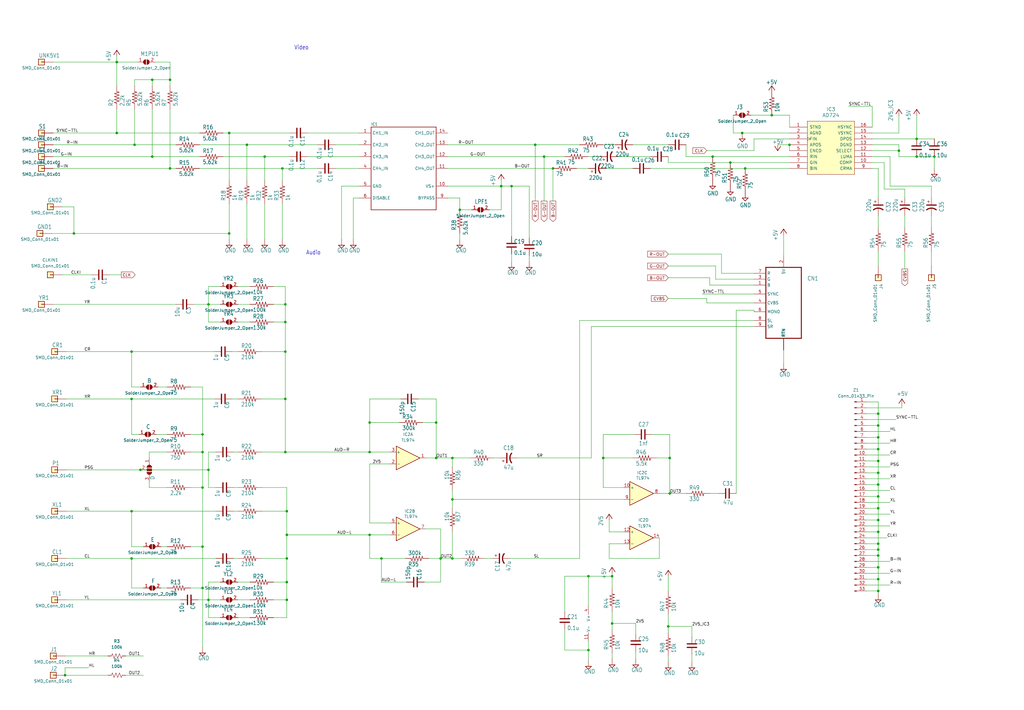
<source format=kicad_sch>
(kicad_sch (version 20250114) (generator "eeschema") (generator_version "9.0")
  (paper "User" 439.826 305.206)
  (text "Video" (at 126.365 21.59 0) (effects (font (size 1.778 1.5113)) (justify left bottom)))
  (text "Audio" (at 131.445 109.728 0) (effects (font (size 1.778 1.5113)) (justify left bottom)))
  (junction (at 158.75 229.87))
  (junction (at 377.19 203.2))
  (junction (at 377.19 193.04))
  (junction (at 229.87 62.23))
  (junction (at 31.75 100.33))
  (junction (at 287.02 269.24))
  (junction (at 56.515 171.45))
  (junction (at 60.325 201.93))
  (junction (at 377.19 238.76))
  (junction (at 57.785 62.23))
  (junction (at 158.75 181.61))
  (junction (at 377.19 233.68))
  (junction (at 318.77 57.15))
  (junction (at 377.19 218.44))
  (junction (at 123.19 250.19))
  (junction (at 262.89 267.97))
  (junction (at 331.47 49.53))
  (junction (at 187.325 196.85))
  (junction (at 377.19 177.8))
  (junction (at 377.19 254))
  (junction (at 163.83 240.03))
  (junction (at 252.73 279.4))
  (junction (at 89.535 130.81))
  (junction (at 187.325 181.61))
  (junction (at 194.31 196.85))
  (junction (at 89.535 201.93))
  (junction (at 197.485 90.17))
  (junction (at 123.19 240.03))
  (junction (at 65.405 34.29))
  (junction (at 98.425 57.15))
  (junction (at 122.555 151.13))
  (junction (at 287.655 196.85))
  (junction (at 123.19 229.87))
  (junction (at 393.7 59.69))
  (junction (at 86.995 194.31))
  (junction (at 306.07 67.31))
  (junction (at 262.89 247.65))
  (junction (at 313.69 69.85))
  (junction (at 377.19 208.28))
  (junction (at 320.04 72.39))
  (junction (at 86.995 234.95))
  (junction (at 215.265 80.01))
  (junction (at 56.515 151.13))
  (junction (at 56.515 219.71))
  (junction (at 86.995 209.55))
  (junction (at 86.995 186.69))
  (junction (at 73.025 72.39))
  (junction (at 233.68 67.31))
  (junction (at 56.515 240.03))
  (junction (at 189.23 240.03))
  (junction (at 393.7 67.31))
  (junction (at 377.19 228.6))
  (junction (at 377.19 213.36))
  (junction (at 50.165 26.67))
  (junction (at 377.19 243.84))
  (junction (at 259.08 196.85))
  (junction (at 123.19 219.71))
  (junction (at 122.555 194.31))
  (junction (at 122.555 171.45))
  (junction (at 158.75 194.31))
  (junction (at 339.09 62.23))
  (junction (at 377.19 223.52))
  (junction (at 121.285 72.39))
  (junction (at 65.405 67.31))
  (junction (at 377.19 187.96))
  (junction (at 287.655 212.09))
  (junction (at 401.32 67.31))
  (junction (at 123.19 257.81))
  (junction (at 377.19 236.22))
  (junction (at 86.995 252.73))
  (junction (at 113.665 67.31))
  (junction (at 106.045 62.23))
  (junction (at 194.31 214.63))
  (junction (at 27.94 290.195))
  (junction (at 252.73 247.65))
  (junction (at 122.555 130.81))
  (junction (at 377.19 198.12))
  (junction (at 237.49 72.39))
  (junction (at 219.71 80.01))
  (junction (at 194.31 240.03))
  (junction (at 98.425 100.33))
  (junction (at 386.08 64.77))
  (junction (at 50.165 57.15))
  (junction (at 89.535 257.81))
  (junction (at 377.19 182.88))
  (junction (at 73.025 34.29))
  (junction (at 377.19 248.92))
  (junction (at 122.555 138.43))
  (wire (pts (xy 372.11 210.82) (xy 382.27 210.82)))
  (wire (pts (xy 194.31 196.85) (xy 201.93 196.85)))
  (wire (pts (xy 379.73 69.85) (xy 379.73 81.28)))
  (wire (pts (xy 271.78 62.23) (xy 287.02 62.23)))
  (wire (pts (xy 123.19 257.81) (xy 123.19 265.43)))
  (wire (pts (xy 94.615 138.43) (xy 89.535 138.43)))
  (wire (pts (xy 28.575 201.93) (xy 60.325 201.93)))
  (wire (pts (xy 273.05 267.97) (xy 262.89 267.97)))
  (wire (pts (xy 287.655 186.69) (xy 287.655 196.85)))
  (wire (pts (xy 194.31 228.6) (xy 194.31 240.03)))
  (wire (pts (xy 112.395 171.45) (xy 122.555 171.45)))
  (wire (pts (xy 60.325 201.93) (xy 89.535 201.93)))
  (wire (pts (xy 237.49 72.39) (xy 237.49 86.36)))
  (wire (pts (xy 261.62 240.03) (xy 283.21 240.03)))
  (wire (pts (xy 26.67 88.9) (xy 31.75 88.9)))
  (wire (pts (xy 102.235 130.81) (xy 107.315 130.81)))
  (wire (pts (xy 136.525 72.39) (xy 121.285 72.39)))
  (wire (pts (xy 60.325 166.37) (xy 56.515 166.37)))
  (wire (pts (xy 374.65 69.85) (xy 379.73 69.85)))
  (wire (pts (xy 393.7 59.69) (xy 401.32 59.69)))
  (wire (pts (xy 112.395 240.03) (xy 123.19 240.03)))
  (wire (pts (xy 132.08 57.15) (xy 154.305 57.15)))
  (wire (pts (xy 400.05 80.01) (xy 382.27 80.01)))
  (wire (pts (xy 22.86 130.81) (xy 75.565 130.81)))
  (wire (pts (xy 122.555 171.45) (xy 122.555 151.13)))
  (wire (pts (xy 121.285 77.47) (xy 121.285 72.39)))
  (wire (pts (xy 294.64 67.31) (xy 306.07 67.31)))
  (wire (pts (xy 113.665 67.31) (xy 124.46 67.31)))
  (wire (pts (xy 50.165 26.67) (xy 50.165 24.13)))
  (wire (pts (xy 92.71 240.03) (xy 56.515 240.03)))
  (wire (pts (xy 28.575 171.45) (xy 56.515 171.45)))
  (wire (pts (xy 106.045 102.87) (xy 106.045 87.63)))
  (wire (pts (xy 372.11 241.3) (xy 382.27 241.3)))
  (wire (pts (xy 158.75 199.39) (xy 167.64 199.39)))
  (wire (pts (xy 303.53 128.27) (xy 303.53 130.175)))
  (wire (pts (xy 65.405 36.83) (xy 65.405 34.29)))
  (wire (pts (xy 144.145 72.39) (xy 154.305 72.39)))
  (wire (pts (xy 102.235 151.13) (xy 99.695 151.13)))
  (wire (pts (xy 192.405 72.39) (xy 237.49 72.39)))
  (wire (pts (xy 272.415 186.69) (xy 259.08 186.69)))
  (wire (pts (xy 22.86 57.15) (xy 50.165 57.15)))
  (wire (pts (xy 400.05 92.71) (xy 400.05 97.79)))
  (wire (pts (xy 187.325 196.85) (xy 187.325 181.61)))
  (wire (pts (xy 189.23 240.03) (xy 184.15 240.03)))
  (wire (pts (xy 252.73 72.39) (xy 247.65 72.39)))
  (wire (pts (xy 46.99 118.11) (xy 52.07 118.11)))
  (wire (pts (xy 22.225 100.33) (xy 31.75 100.33)))
  (wire (pts (xy 372.11 193.04) (xy 377.19 193.04)))
  (wire (pts (xy 50.165 26.67) (xy 50.165 36.83)))
  (wire (pts (xy 85.725 62.23) (xy 106.045 62.23)))
  (wire (pts (xy 122.555 194.31) (xy 158.75 194.31)))
  (wire (pts (xy 279.4 72.39) (xy 320.04 72.39)))
  (wire (pts (xy 339.09 59.69) (xy 323.85 59.69)))
  (wire (pts (xy 194.31 240.03) (xy 198.12 240.03)))
  (wire (pts (xy 261.62 233.68) (xy 261.62 240.03)))
  (wire (pts (xy 386.08 64.77) (xy 386.08 67.31)))
  (wire (pts (xy 307.34 114.3) (xy 307.34 120.015)))
  (wire (pts (xy 122.555 194.31) (xy 122.555 171.45)))
  (wire (pts (xy 262.89 283.21) (xy 262.89 280.67)))
  (wire (pts (xy 372.11 208.28) (xy 377.19 208.28)))
  (wire (pts (xy 267.97 233.68) (xy 261.62 233.68)))
  (wire (pts (xy 187.325 196.85) (xy 194.31 196.85)))
  (wire (pts (xy 336.55 100.965) (xy 336.55 109.855)))
  (wire (pts (xy 287.655 212.09) (xy 294.64 212.09)))
  (wire (pts (xy 64.135 207.01) (xy 64.135 209.55)))
  (wire (pts (xy 377.19 228.6) (xy 377.19 223.52)))
  (wire (pts (xy 401.32 67.31) (xy 393.7 67.31)))
  (wire (pts (xy 304.8 119.38) (xy 287.02 119.38)))
  (wire (pts (xy 388.62 81.28) (xy 388.62 85.09)))
  (wire (pts (xy 71.755 209.55) (xy 64.135 209.55)))
  (wire (pts (xy 158.75 224.79) (xy 158.75 199.39)))
  (wire (pts (xy 259.08 196.85) (xy 259.08 209.55)))
  (wire (pts (xy 117.475 250.19) (xy 123.19 250.19)))
  (wire (pts (xy 182.88 196.85) (xy 187.325 196.85)))
  (wire (pts (xy 252.73 247.65) (xy 252.73 260.35)))
  (wire (pts (xy 174.625 250.19) (xy 163.83 250.19)))
  (wire (pts (xy 192.405 85.09) (xy 197.485 85.09)))
  (wire (pts (xy 95.885 57.15) (xy 98.425 57.15)))
  (wire (pts (xy 98.425 87.63) (xy 98.425 100.33)))
  (wire (pts (xy 283.21 240.03) (xy 283.21 231.14)))
  (wire (pts (xy 377.19 92.71) (xy 377.19 97.79)))
  (wire (pts (xy 92.075 151.13) (xy 56.515 151.13)))
  (wire (pts (xy 377.19 187.96) (xy 377.19 182.88)))
  (wire (pts (xy 323.85 64.77) (xy 303.53 64.77)))
  (wire (pts (xy 401.32 72.39) (xy 401.32 67.31)))
  (wire (pts (xy 73.025 26.67) (xy 73.025 34.29)))
  (wire (pts (xy 313.69 69.85) (xy 339.09 69.85)))
  (wire (pts (xy 297.18 269.24) (xy 287.02 269.24)))
  (wire (pts (xy 307.34 114.3) (xy 287.02 114.3)))
  (wire (pts (xy 372.11 243.84) (xy 377.19 243.84)))
  (wire (pts (xy 388.62 92.71) (xy 388.62 97.79)))
  (wire (pts (xy 89.535 194.31) (xy 92.71 194.31)))
  (wire (pts (xy 323.85 133.35) (xy 323.85 133.985)))
  (wire (pts (xy 27.94 287.02) (xy 38.1 287.02)))
  (wire (pts (xy 304.8 119.38) (xy 304.8 122.555)))
  (wire (pts (xy 59.69 186.69) (xy 56.515 186.69)))
  (wire (pts (xy 287.02 69.85) (xy 313.69 69.85)))
  (wire (pts (xy 372.11 226.06) (xy 382.27 226.06)))
  (wire (pts (xy 50.165 26.67) (xy 59.055 26.67)))
  (wire (pts (xy 151.765 85.09) (xy 151.765 102.87)))
  (wire (pts (xy 158.75 181.61) (xy 158.75 194.31)))
  (wire (pts (xy 22.86 26.67) (xy 50.165 26.67)))
  (wire (pts (xy 121.285 102.87) (xy 121.285 87.63)))
  (wire (pts (xy 372.11 200.66) (xy 382.27 200.66)))
  (wire (pts (xy 215.265 80.01) (xy 215.265 77.47)))
  (wire (pts (xy 339.09 57.15) (xy 318.77 57.15)))
  (wire (pts (xy 273.05 283.21) (xy 273.05 280.035)))
  (wire (pts (xy 377.19 208.28) (xy 377.19 203.2)))
  (wire (pts (xy 309.88 109.22) (xy 287.02 109.22)))
  (wire (pts (xy 192.405 80.01) (xy 215.265 80.01)))
  (wire (pts (xy 294.64 62.23) (xy 294.64 67.31)))
  (wire (pts (xy 86.995 234.95) (xy 81.915 234.95)))
  (wire (pts (xy 372.11 175.26) (xy 387.35 175.26)))
  (wire (pts (xy 252.73 275.59) (xy 252.73 279.4)))
  (wire (pts (xy 334.01 62.23) (xy 339.09 62.23)))
  (wire (pts (xy 254 140.335) (xy 254 196.85)))
  (wire (pts (xy 86.995 252.73) (xy 81.915 252.73)))
  (wire (pts (xy 167.64 224.79) (xy 158.75 224.79)))
  (wire (pts (xy 339.09 49.53) (xy 339.09 54.61)))
  (wire (pts (xy 377.19 243.84) (xy 377.19 238.76)))
  (wire (pts (xy 102.235 250.19) (xy 107.315 250.19)))
  (wire (pts (xy 182.245 250.19) (xy 189.23 250.19)))
  (wire (pts (xy 163.83 240.03) (xy 173.99 240.03)))
  (wire (pts (xy 377.19 203.2) (xy 377.19 198.12)))
  (wire (pts (xy 372.11 220.98) (xy 382.27 220.98)))
  (wire (pts (xy 377.19 72.39) (xy 377.19 85.09)))
  (wire (pts (xy 102.235 123.19) (xy 107.315 123.19)))
  (wire (pts (xy 89.535 130.81) (xy 94.615 130.81)))
  (wire (pts (xy 71.755 252.73) (xy 69.215 252.73)))
  (wire (pts (xy 372.11 233.68) (xy 377.19 233.68)))
  (wire (pts (xy 372.11 205.74) (xy 382.27 205.74)))
  (wire (pts (xy 377.19 236.22) (xy 377.19 233.68)))
  (wire (pts (xy 233.68 67.31) (xy 242.57 67.31)))
  (wire (pts (xy 112.395 194.31) (xy 122.555 194.31)))
  (wire (pts (xy 98.425 57.15) (xy 124.46 57.15)))
  (wire (pts (xy 144.145 62.23) (xy 154.305 62.23)))
  (wire (pts (xy 323.85 140.335) (xy 254 140.335)))
  (wire (pts (xy 372.11 213.36) (xy 377.19 213.36)))
  (wire (pts (xy 81.915 209.55) (xy 86.995 209.55)))
  (wire (pts (xy 287.02 67.31) (xy 287.02 69.85)))
  (wire (pts (xy 377.19 233.68) (xy 377.19 228.6)))
  (wire (pts (xy 194.31 210.82) (xy 194.31 214.63)))
  (wire (pts (xy 229.87 62.23) (xy 248.92 62.23)))
  (wire (pts (xy 248.92 137.795) (xy 248.92 240.03)))
  (wire (pts (xy 94.615 250.19) (xy 89.535 250.19)))
  (wire (pts (xy 372.11 248.92) (xy 377.19 248.92)))
  (wire (pts (xy 400.05 107.95) (xy 400.05 114.3)))
  (wire (pts (xy 86.995 209.55) (xy 86.995 194.31)))
  (wire (pts (xy 112.395 209.55) (xy 123.19 209.55)))
  (wire (pts (xy 89.535 257.81) (xy 89.535 265.43)))
  (wire (pts (xy 28.575 151.13) (xy 56.515 151.13)))
  (wire (pts (xy 163.83 240.03) (xy 158.75 240.03)))
  (wire (pts (xy 73.025 34.29) (xy 73.025 36.83)))
  (wire (pts (xy 158.75 171.45) (xy 158.75 181.61)))
  (wire (pts (xy 86.995 186.69) (xy 81.915 186.69)))
  (wire (pts (xy 102.235 138.43) (xy 107.315 138.43)))
  (wire (pts (xy 267.97 228.6) (xy 261.62 228.6)))
  (wire (pts (xy 187.325 171.45) (xy 187.325 181.61)))
  (wire (pts (xy 179.705 171.45) (xy 187.325 171.45)))
  (wire (pts (xy 123.19 250.19) (xy 123.19 257.81)))
  (wire (pts (xy 98.425 100.33) (xy 98.425 102.87)))
  (wire (pts (xy 242.57 270.51) (xy 242.57 279.4)))
  (wire (pts (xy 94.615 123.19) (xy 89.535 123.19)))
  (wire (pts (xy 372.11 190.5) (xy 382.27 190.5)))
  (wire (pts (xy 372.11 223.52) (xy 377.19 223.52)))
  (wire (pts (xy 61.595 252.73) (xy 56.515 252.73)))
  (wire (pts (xy 92.71 219.71) (xy 56.515 219.71)))
  (wire (pts (xy 386.08 67.31) (xy 393.7 67.31)))
  (wire (pts (xy 306.07 67.31) (xy 339.09 67.31)))
  (wire (pts (xy 112.395 219.71) (xy 123.19 219.71)))
  (wire (pts (xy 86.995 166.37) (xy 81.915 166.37)))
  (wire (pts (xy 262.89 247.65) (xy 262.89 252.73)))
  (wire (pts (xy 382.27 67.31) (xy 374.65 67.31)))
  (wire (pts (xy 92.075 171.45) (xy 56.515 171.45)))
  (wire (pts (xy 95.885 67.31) (xy 113.665 67.31)))
  (wire (pts (xy 242.57 262.89) (xy 242.57 247.65)))
  (wire (pts (xy 163.83 250.19) (xy 163.83 240.03)))
  (wire (pts (xy 182.88 227.33) (xy 189.23 227.33)))
  (wire (pts (xy 393.7 59.69) (xy 393.7 49.53)))
  (wire (pts (xy 107.315 265.43) (xy 102.235 265.43)))
  (wire (pts (xy 377.19 255.27) (xy 377.19 254)))
  (wire (pts (xy 86.995 194.31) (xy 86.995 186.69)))
  (wire (pts (xy 57.785 34.29) (xy 65.405 34.29)))
  (wire (pts (xy 86.995 252.73) (xy 86.995 278.13)))
  (wire (pts (xy 86.995 234.95) (xy 86.995 252.73)))
  (wire (pts (xy 242.57 279.4) (xy 252.73 279.4)))
  (wire (pts (xy 123.19 240.03) (xy 123.19 250.19)))
  (wire (pts (xy 122.555 138.43) (xy 122.555 151.13)))
  (wire (pts (xy 83.185 130.81) (xy 89.535 130.81)))
  (wire (pts (xy 57.785 62.23) (xy 57.785 46.99)))
  (wire (pts (xy 197.485 102.87) (xy 197.485 100.33)))
  (wire (pts (xy 372.11 182.88) (xy 377.19 182.88)))
  (wire (pts (xy 309.88 117.475) (xy 323.85 117.475)))
  (wire (pts (xy 387.35 175.26) (xy 387.35 173.99)))
  (wire (pts (xy 189.23 250.19) (xy 189.23 240.03)))
  (wire (pts (xy 372.11 185.42) (xy 382.27 185.42)))
  (wire (pts (xy 123.19 229.87) (xy 123.19 219.71)))
  (wire (pts (xy 61.595 234.95) (xy 56.515 234.95)))
  (wire (pts (xy 158.75 229.87) (xy 167.64 229.87)))
  (wire (pts (xy 377.19 177.8) (xy 377.19 172.72)))
  (wire (pts (xy 377.19 223.52) (xy 377.19 218.44)))
  (wire (pts (xy 307.34 120.015) (xy 323.85 120.015)))
  (wire (pts (xy 50.165 57.15) (xy 85.725 57.15)))
  (wire (pts (xy 262.89 270.51) (xy 262.89 267.97)))
  (wire (pts (xy 102.235 240.03) (xy 100.33 240.03)))
  (wire (pts (xy 57.785 36.83) (xy 57.785 34.29)))
  (wire (pts (xy 117.475 138.43) (xy 122.555 138.43)))
  (wire (pts (xy 287.02 247.65) (xy 287.02 254)))
  (wire (pts (xy 374.65 62.23) (xy 386.08 62.23)))
  (wire (pts (xy 283.21 212.09) (xy 287.655 212.09)))
  (wire (pts (xy 50.165 46.99) (xy 50.165 57.15)))
  (wire (pts (xy 65.405 67.31) (xy 85.725 67.31)))
  (wire (pts (xy 56.515 186.69) (xy 56.515 171.45)))
  (wire (pts (xy 377.19 107.95) (xy 377.19 114.3)))
  (wire (pts (xy 372.11 246.38) (xy 382.27 246.38)))
  (wire (pts (xy 158.75 181.61) (xy 171.45 181.61)))
  (wire (pts (xy 287.02 284.48) (xy 287.02 281.94)))
  (wire (pts (xy 388.62 107.95) (xy 388.62 115.57)))
  (wire (pts (xy 265.43 67.31) (xy 279.4 67.31)))
  (wire (pts (xy 303.53 130.175) (xy 323.85 130.175)))
  (wire (pts (xy 304.8 212.09) (xy 308.61 212.09)))
  (wire (pts (xy 27.94 290.195) (xy 46.355 290.195)))
  (wire (pts (xy 146.685 80.01) (xy 146.685 102.87)))
  (wire (pts (xy 102.235 219.71) (xy 100.33 219.71)))
  (wire (pts (xy 323.85 137.795) (xy 248.92 137.795)))
  (wire (pts (xy 222.25 196.85) (xy 254 196.85)))
  (wire (pts (xy 123.19 229.87) (xy 158.75 229.87)))
  (wire (pts (xy 154.305 80.01) (xy 146.685 80.01)))
  (wire (pts (xy 122.555 130.81) (xy 122.555 138.43)))
  (wire (pts (xy 123.19 240.03) (xy 123.19 229.87)))
  (wire (pts (xy 28.575 257.81) (xy 77.47 257.81)))
  (wire (pts (xy 219.71 101.6) (xy 219.71 80.01)))
  (wire (pts (xy 252.73 279.4) (xy 252.73 283.845)))
  (wire (pts (xy 287.655 196.85) (xy 281.94 196.85)))
  (wire (pts (xy 314.96 49.53) (xy 314.96 57.15)))
  (wire (pts (xy 377.19 193.04) (xy 377.19 187.96)))
  (wire (pts (xy 86.995 166.37) (xy 86.995 186.69)))
  (wire (pts (xy 71.755 194.31) (xy 64.135 194.31)))
  (wire (pts (xy 75.565 72.39) (xy 73.025 72.39)))
  (wire (pts (xy 262.89 267.97) (xy 262.89 262.89)))
  (wire (pts (xy 102.235 194.31) (xy 100.33 194.31)))
  (wire (pts (xy 259.08 196.85) (xy 271.78 196.85)))
  (wire (pts (xy 210.185 90.17) (xy 215.265 90.17)))
  (wire (pts (xy 64.135 194.31) (xy 64.135 196.85)))
  (wire (pts (xy 374.65 57.15) (xy 386.08 57.15)))
  (wire (pts (xy 31.75 100.33) (xy 98.425 100.33)))
  (wire (pts (xy 56.515 166.37) (xy 56.515 151.13)))
  (wire (pts (xy 189.23 227.33) (xy 189.23 240.03)))
  (wire (pts (xy 215.265 90.17) (xy 215.265 80.01)))
  (wire (pts (xy 287.02 269.24) (xy 287.02 264.16)))
  (wire (pts (xy 28.575 219.71) (xy 56.515 219.71)))
  (wire (pts (xy 320.04 72.39) (xy 339.09 72.39)))
  (wire (pts (xy 71.755 234.95) (xy 69.215 234.95)))
  (wire (pts (xy 86.995 209.55) (xy 86.995 234.95)))
  (wire (pts (xy 208.28 240.03) (xy 211.455 240.03)))
  (wire (pts (xy 304.8 122.555) (xy 323.85 122.555)))
  (wire (pts (xy 287.02 271.78) (xy 287.02 269.24)))
  (wire (pts (xy 117.475 123.19) (xy 122.555 123.19)))
  (wire (pts (xy 31.75 88.9) (xy 31.75 100.33)))
  (wire (pts (xy 297.18 284.48) (xy 297.18 281.305)))
  (wire (pts (xy 81.915 194.31) (xy 86.995 194.31)))
  (wire (pts (xy 261.62 223.52) (xy 261.62 228.6)))
  (wire (pts (xy 26.67 118.11) (xy 39.37 118.11)))
  (wire (pts (xy 56.515 219.71) (xy 56.515 234.95)))
  (wire (pts (xy 219.71 109.22) (xy 219.71 112.395)))
  (wire (pts (xy 372.11 187.96) (xy 377.19 187.96)))
  (wire (pts (xy 122.555 151.13) (xy 112.395 151.13)))
  (wire (pts (xy 194.31 214.63) (xy 267.97 214.63)))
  (wire (pts (xy 377.19 182.88) (xy 377.19 177.8)))
  (wire (pts (xy 66.675 26.67) (xy 73.025 26.67)))
  (wire (pts (xy 382.27 80.01) (xy 382.27 67.31)))
  (wire (pts (xy 158.75 194.31) (xy 167.64 194.31)))
  (wire (pts (xy 22.86 62.23) (xy 57.785 62.23)))
  (wire (pts (xy 264.16 62.23) (xy 259.08 62.23)))
  (wire (pts (xy 386.08 57.15) (xy 386.08 49.53)))
  (wire (pts (xy 102.235 257.81) (xy 107.315 257.81)))
  (wire (pts (xy 67.945 166.37) (xy 71.755 166.37)))
  (wire (pts (xy 262.89 247.65) (xy 262.89 246.38)))
  (wire (pts (xy 102.235 171.45) (xy 99.695 171.45)))
  (wire (pts (xy 372.11 180.34) (xy 384.81 180.34)))
  (wire (pts (xy 257.81 67.31) (xy 252.73 67.31)))
  (wire (pts (xy 374.65 54.61) (xy 374.65 45.72)))
  (wire (pts (xy 89.535 265.43) (xy 94.615 265.43)))
  (wire (pts (xy 372.11 215.9) (xy 382.27 215.9)))
  (wire (pts (xy 28.575 240.03) (xy 56.515 240.03)))
  (wire (pts (xy 106.045 77.47) (xy 106.045 62.23)))
  (wire (pts (xy 227.33 80.01) (xy 227.33 102.235)))
  (wire (pts (xy 65.405 34.29) (xy 73.025 34.29)))
  (wire (pts (xy 106.045 62.23) (xy 136.525 62.23)))
  (wire (pts (xy 233.68 67.31) (xy 233.68 86.36)))
  (wire (pts (xy 377.19 238.76) (xy 377.19 236.22)))
  (wire (pts (xy 374.65 64.77) (xy 386.08 64.77)))
  (wire (pts (xy 89.535 257.81) (xy 85.09 257.81)))
  (wire (pts (xy 309.88 109.22) (xy 309.88 117.475)))
  (wire (pts (xy 189.23 240.03) (xy 194.31 240.03)))
  (wire (pts (xy 377.19 198.12) (xy 377.19 193.04)))
  (wire (pts (xy 22.86 67.31) (xy 65.405 67.31)))
  (wire (pts (xy 372.11 251.46) (xy 382.27 251.46)))
  (wire (pts (xy 122.555 123.19) (xy 122.555 130.81)))
  (wire (pts (xy 102.235 209.55) (xy 100.33 209.55)))
  (wire (pts (xy 219.075 240.03) (xy 248.92 240.03)))
  (wire (pts (xy 89.535 201.93) (xy 89.535 209.55)))
  (wire (pts (xy 377.19 254) (xy 377.19 248.92)))
  (wire (pts (xy 113.665 102.87) (xy 113.665 87.63)))
  (wire (pts (xy 123.19 219.71) (xy 123.19 209.55)))
  (wire (pts (xy 336.55 150.495) (xy 336.55 156.21)))
  (wire (pts (xy 73.025 46.99) (xy 73.025 72.39)))
  (wire (pts (xy 372.11 218.44) (xy 377.19 218.44)))
  (wire (pts (xy 377.19 172.72) (xy 372.11 172.72)))
  (wire (pts (xy 187.325 181.61) (xy 181.61 181.61)))
  (wire (pts (xy 297.18 273.685) (xy 297.18 269.24)))
  (wire (pts (xy 372.11 198.12) (xy 377.19 198.12)))
  (wire (pts (xy 98.425 77.47) (xy 98.425 57.15)))
  (wire (pts (xy 117.475 265.43) (xy 123.19 265.43)))
  (wire (pts (xy 89.535 209.55) (xy 92.71 209.55)))
  (wire (pts (xy 372.11 195.58) (xy 382.27 195.58)))
  (wire (pts (xy 379.73 81.28) (xy 388.62 81.28)))
  (wire (pts (xy 197.485 85.09) (xy 197.485 90.17)))
  (wire (pts (xy 113.665 77.47) (xy 113.665 67.31)))
  (wire (pts (xy 22.86 72.39) (xy 73.025 72.39)))
  (wire (pts (xy 303.53 128.27) (xy 287.02 128.27)))
  (wire (pts (xy 301.625 126.365) (xy 323.85 126.365)))
  (wire (pts (xy 280.035 186.69) (xy 287.655 186.69)))
  (wire (pts (xy 117.475 257.81) (xy 123.19 257.81)))
  (wire (pts (xy 259.08 186.69) (xy 259.08 196.85)))
  (wire (pts (xy 197.485 90.17) (xy 202.565 90.17)))
  (wire (pts (xy 316.23 133.35) (xy 323.85 133.35)))
  (wire (pts (xy 158.75 229.87) (xy 158.75 240.03)))
  (wire (pts (xy 242.57 247.65) (xy 252.73 247.65)))
  (wire (pts (xy 89.535 250.19) (xy 89.535 257.81)))
  (wire (pts (xy 67.31 186.69) (xy 71.755 186.69)))
  (wire (pts (xy 377.19 218.44) (xy 377.19 213.36)))
  (wire (pts (xy 229.87 62.23) (xy 229.87 86.36)))
  (wire (pts (xy 374.65 72.39) (xy 377.19 72.39)))
  (wire (pts (xy 89.535 257.81) (xy 94.615 257.81)))
  (wire (pts (xy 372.11 231.14) (xy 381 231.14)))
  (wire (pts (xy 212.09 196.85) (xy 214.63 196.85)))
  (wire (pts (xy 215.265 80.01) (xy 219.71 80.01)))
  (wire (pts (xy 377.19 248.92) (xy 377.19 243.84)))
  (wire (pts (xy 53.975 290.195) (xy 61.595 290.195)))
  (wire (pts (xy 316.23 133.35) (xy 316.23 212.09)))
  (wire (pts (xy 65.405 46.99) (xy 65.405 67.31)))
  (wire (pts (xy 192.405 67.31) (xy 233.68 67.31)))
  (wire (pts (xy 89.535 123.19) (xy 89.535 130.81)))
  (wire (pts (xy 372.11 177.8) (xy 377.19 177.8)))
  (wire (pts (xy 89.535 138.43) (xy 89.535 130.81)))
  (wire (pts (xy 121.285 72.39) (xy 85.725 72.39)))
  (wire (pts (xy 323.85 59.69) (xy 323.85 64.77)))
  (wire (pts (xy 132.08 67.31) (xy 154.305 67.31)))
  (wire (pts (xy 252.73 247.65) (xy 262.89 247.65)))
  (wire (pts (xy 372.11 228.6) (xy 377.19 228.6)))
  (wire (pts (xy 259.08 209.55) (xy 267.97 209.55)))
  (wire (pts (xy 27.94 281.94) (xy 46.355 281.94)))
  (wire (pts (xy 27.94 287.02) (xy 27.94 290.195)))
  (wire (pts (xy 53.975 281.94) (xy 61.595 281.94)))
  (wire (pts (xy 322.58 49.53) (xy 331.47 49.53)))
  (wire (pts (xy 227.33 109.855) (xy 227.33 112.395)))
  (wire (pts (xy 273.05 272.415) (xy 273.05 267.97)))
  (wire (pts (xy 374.65 45.72) (xy 364.49 45.72)))
  (wire (pts (xy 89.535 194.31) (xy 89.535 201.93)))
  (wire (pts (xy 172.085 171.45) (xy 158.75 171.45)))
  (wire (pts (xy 117.475 130.81) (xy 122.555 130.81)))
  (wire (pts (xy 287.655 212.09) (xy 287.655 196.85)))
  (wire (pts (xy 386.08 62.23) (xy 386.08 64.77)))
  (wire (pts (xy 372.11 238.76) (xy 377.19 238.76)))
  (wire (pts (xy 372.11 236.22) (xy 377.19 236.22)))
  (wire (pts (xy 192.405 62.23) (xy 229.87 62.23)))
  (wire (pts (xy 377.19 213.36) (xy 377.19 208.28)))
  (wire (pts (xy 374.65 59.69) (xy 393.7 59.69)))
  (wire (pts (xy 194.31 214.63) (xy 194.31 218.44)))
  (wire (pts (xy 372.11 203.2) (xy 377.19 203.2)))
  (wire (pts (xy 339.09 62.23) (xy 339.09 64.77)))
  (wire (pts (xy 372.11 254) (xy 377.19 254)))
  (wire (pts (xy 154.305 85.09) (xy 151.765 85.09)))
  (wire (pts (xy 400.05 85.09) (xy 400.05 80.01)))
  (wire (pts (xy 57.785 62.23) (xy 75.565 62.23)))
  (wire (pts (xy 194.31 196.85) (xy 194.31 200.66)))
  (wire (pts (xy 314.96 57.15) (xy 318.77 57.15)))
  (wire (pts (xy 260.35 72.39) (xy 271.78 72.39)))
  (wire (pts (xy 219.71 80.01) (xy 227.33 80.01)))
  (wire (pts (xy 331.47 49.53) (xy 339.09 49.53)))
  (wire (pts (xy 56.515 252.73) (xy 56.515 240.03)))
  (label "R-OUT" (at 196.85 62.23 0) (effects (font (size 1.2446 1.2446))))
  (label "YL" (at 36.195 257.81 0) (effects (font (size 1.2446 1.2446))))
  (label "OUT2" (at 189.23 240.03 0) (effects (font (size 1.2446 1.2446))))
  (label "SYNC-TTL" (at 24.13 57.15 0) (effects (font (size 1.2446 1.2446))))
  (label "YL" (at 382.27 220.98 0) (effects (font (size 1.2446 1.2446))))
  (label "AUD-R" (at 143.51 194.31 0) (effects (font (size 1.2446 1.2446))))
  (label "G-IN" (at 26.035 67.31 0) (effects (font (size 1.2446 1.2446))))
  (label "CL" (at 36.195 240.03 0) (effects (font (size 1.2446 1.2446))))
  (label "R-IN" (at 382.27 251.46 0) (effects (font (size 1.2446 1.2446))))
  (label "B-OUT" (at 220.98 72.39 0) (effects (font (size 1.2446 1.2446))))
  (label "XL" (at 36.195 219.71 0) (effects (font (size 1.2446 1.2446))))
  (label "OUT2" (at 55.245 290.195 0) (effects (font (size 1.2446 1.2446))))
  (label "B-IN" (at 24.384 72.39 0) (effects (font (size 1.2446 1.2446))))
  (label "CLKI" (at 30.48 118.11 0) (effects (font (size 1.2446 1.2446))))
  (label "HL" (at 38.1 287.02 0) (effects (font (size 1.2446 1.2446))))
  (label "CR" (at 36.195 151.13 0) (effects (font (size 1.2446 1.2446))))
  (label "SL" (at 229.235 240.03 0) (effects (font (size 1.2446 1.2446))))
  (label "HR" (at 382.27 190.5 0) (effects (font (size 1.2446 1.2446))))
  (label "HL" (at 382.27 185.42 0) (effects (font (size 1.2446 1.2446))))
  (label "AUD-L" (at 144.78 229.87 0) (effects (font (size 1.2446 1.2446))))
  (label "XR" (at 382.27 205.74 0) (effects (font (size 1.2446 1.2446))))
  (label "YR" (at 36.195 130.81 0) (effects (font (size 1.2446 1.2446))))
  (label "OUT1" (at 187.325 196.85 0) (effects (font (size 1.2446 1.2446))))
  (label "AUD-L" (at 163.83 250.19 0) (effects (font (size 1.2446 1.2446))))
  (label "HR" (at 38.1 281.94 0) (effects (font (size 1.2446 1.2446))))
  (label "B-IN" (at 382.27 241.3 0) (effects (font (size 1.2446 1.2446))))
  (label "SR" (at 230.505 196.85 0) (effects (font (size 1.2446 1.2446))))
  (label "SYNC-TTL" (at 364.49 45.72 0))
  (label "2V5" (at 160.02 199.39 0) (effects (font (size 1.2446 1.2446))))
  (label "G-IN" (at 382.27 246.38 0) (effects (font (size 1.2446 1.2446))))
  (label "PSG" (at 36.195 201.93 0) (effects (font (size 1.2446 1.2446))))
  (label "XL" (at 382.27 215.9 0) (effects (font (size 1.2446 1.2446))))
  (label "SYNC-TTL" (at 384.81 180.34 0) (effects (font (size 1.2446 1.2446))))
  (label "CL" (at 382.27 210.82 0) (effects (font (size 1.2446 1.2446))))
  (label "XR" (at 36.195 171.45 0) (effects (font (size 1.2446 1.2446))))
  (label "OUT3" (at 287.655 212.09 0) (effects (font (size 1.2446 1.2446))))
  (label "PSG" (at 382.27 200.66 0) (effects (font (size 1.2446 1.2446))))
  (label "R-IN" (at 28.575 62.23 0) (effects (font (size 1.2446 1.2446))))
  (label "YR" (at 382.27 226.06 0) (effects (font (size 1.2446 1.2446))))
  (label "SYNC-TTL" (at 301.625 126.365 0))
  (label "2V5_IC3" (at 297.18 269.24 0) (effects (font (size 1.2446 1.2446))))
  (label "CR" (at 382.27 195.58 0) (effects (font (size 1.2446 1.2446))))
  (label "CLKI" (at 381 231.14 0) (effects (font (size 1.2446 1.2446))))
  (label "2V5" (at 273.05 267.97 0) (effects (font (size 1.2446 1.2446))))
  (label "G-OUT" (at 201.93 67.31 0) (effects (font (size 1.2446 1.2446))))
  (label "OUT1" (at 55.245 281.94 0) (effects (font (size 1.2446 1.2446))))
  (global_label "R-OUT" (shape output) (at 229.87 86.36 270) (property "Intersheetrefs" "${INTERSHEET_REFS}" (effects (hide yes))))
  (global_label "CVBS" (shape output) (at 388.62 115.57 270) (property "Intersheetrefs" "${INTERSHEET_REFS}" (effects (hide yes))))
  (global_label "B-OUT" (shape output) (at 237.49 86.36 270) (property "Intersheetrefs" "${INTERSHEET_REFS}" (effects (hide yes))))
  (global_label "R-OUT" (shape input) (at 287.02 109.22 180) (property "Intersheetrefs" "${INTERSHEET_REFS}" (effects (hide yes))))
  (global_label "G-OUT" (shape input) (at 287.02 114.3 180) (property "Intersheetrefs" "${INTERSHEET_REFS}" (effects (hide yes))))
  (global_label "CLK" (shape output) (at 52.07 118.11 0) (property "Intersheetrefs" "${INTERSHEET_REFS}" (effects (hide yes))))
  (global_label "B-OUT" (shape input) (at 287.02 119.38 180) (property "Intersheetrefs" "${INTERSHEET_REFS}" (effects (hide yes))))
  (global_label "CLK" (shape input) (at 303.53 64.77 180) (property "Intersheetrefs" "${INTERSHEET_REFS}" (effects (hide yes))))
  (global_label "CVBS" (shape input) (at 287.02 128.27 180) (property "Intersheetrefs" "${INTERSHEET_REFS}" (effects (hide yes))))
  (global_label "G-OUT" (shape output) (at 233.68 86.36 270) (property "Intersheetrefs" "${INTERSHEET_REFS}" (effects (hide yes))))
  (symbol (lib_id "3bpV2A_RevC-eagle-import:+5V") (at 387.35 171.45 0) (unit 1)
    (property "Reference" "#P+011" (effects (hide yes)))
    (property "Value" "+5V" (at 385.064 170.18 0) (effects (font (size 1.778 1.5113)) (justify left bottom)))
    (property "Footprint" "3bpV2A_RevC:" (effects (hide yes)))
  )
  (symbol (lib_id "My_Library:SMD_Conn_01x01") (at 17.78 26.67 0) (unit 1) (in_bom no)
    (property "Reference" "UNK5V1" (at 16.637 24.8158 0) (effects (font (size 1.778 1.5113)) (justify left bottom)))
    (property "Value" "SMD_Conn_01x01" (at 17.78 29.21 0))
    (property "Footprint" "Connector_Wire:SolderWirePad_1x01_SMD_1x2mm" (effects (hide yes)))
  )
  (symbol (lib_id "Jumper:SolderJumper_2_Open") (at 98.425 138.43 0) (unit 1)
    (property "Reference" "YR4" (at 95.885 135.89 0) (effects (font (size 1.778 1.5113)) (justify left bottom)))
    (property "Value" "SolderJumper_2_Open" (at 98.425 140.97 0))
    (property "Footprint" "Jumper:SolderJumper-2_P1.3mm_Open_RoundedPad1.0x1.5mm" (effects (hide yes)))
  )
  (symbol (lib_id "3bpV2A_RevC-eagle-import:R-US_R0603") (at 107.315 209.55 0) (unit 1)
    (property "Reference" "R23" (at 103.505 208.0514 0) (effects (font (size 1.778 1.5113)) (justify left bottom)))
    (property "Value" "210k" (at 103.505 212.852 0) (effects (font (size 1.778 1.5113)) (justify left bottom)))
    (property "Footprint" "Resistor_SMD:R_0603_1608Metric" (effects (hide yes)))
  )
  (symbol (lib_id "3bpV2A_RevC-eagle-import:R-US_R0603") (at 98.425 82.55 90) (unit 1)
    (property "Reference" "R18" (at 96.9264 86.36 0) (effects (font (size 1.778 1.5113)) (justify left bottom)))
    (property "Value" "1k" (at 101.727 86.36 0) (effects (font (size 1.778 1.5113)) (justify left bottom)))
    (property "Footprint" "Resistor_SMD:R_0603_1608Metric" (effects (hide yes)))
  )
  (symbol (lib_id "3bpV2A_RevC-eagle-import:R-US_R0603") (at 287.02 259.08 90) (unit 1)
    (property "Reference" "R47" (at 285.5214 262.89 0) (effects (font (size 1.778 1.5113)) (justify left bottom)))
    (property "Value" "10k" (at 290.322 262.89 0) (effects (font (size 1.778 1.5113)) (justify left bottom)))
    (property "Footprint" "Resistor_SMD:R_0603_1608Metric" (effects (hide yes)))
  )
  (symbol (lib_id "3bpV2A_RevC-eagle-import:+5V") (at 336.55 98.425 0) (unit 1)
    (property "Reference" "#P+08" (effects (hide yes)))
    (property "Value" "+5V" (at 334.01 103.505 90) (effects (font (size 1.778 1.5113)) (justify left bottom)))
    (property "Footprint" "3bpV2A_RevC:" (effects (hide yes)))
  )
  (symbol (lib_id "3bpV2A_RevC-eagle-import:R-US_R0603") (at 262.89 257.81 90) (unit 1)
    (property "Reference" "R44" (at 261.3914 261.62 0) (effects (font (size 1.778 1.5113)) (justify left bottom)))
    (property "Value" "10k" (at 266.192 261.62 0) (effects (font (size 1.778 1.5113)) (justify left bottom)))
    (property "Footprint" "Resistor_SMD:R_0603_1608Metric" (effects (hide yes)))
  )
  (symbol (lib_id "3bpV2A_RevC-eagle-import:R-US_R0603") (at 276.86 196.85 0) (unit 1)
    (property "Reference" "R46" (at 273.05 195.3514 0) (effects (font (size 1.778 1.5113)) (justify left bottom)))
    (property "Value" "5.5k" (at 273.05 200.152 0) (effects (font (size 1.778 1.5113)) (justify left bottom)))
    (property "Footprint" "Resistor_SMD:R_0603_1608Metric" (effects (hide yes)))
  )
  (symbol (lib_id "3bpV2A_RevC-eagle-import:GND") (at 320.04 85.09 0) (unit 1)
    (property "Reference" "#SUPPLY019" (effects (hide yes)))
    (property "Value" "GND" (at 317.754 89.154 0) (effects (font (size 1.778 1.5113)) (justify left bottom)))
    (property "Footprint" "3bpV2A_RevC:" (effects (hide yes)))
  )
  (symbol (lib_id "Jumper:SolderJumper_2_Open") (at 64.135 166.37 0) (unit 1)
    (property "Reference" "B" (at 63.246 164.592 0) (effects (font (size 1.778 1.5113)) (justify left bottom)))
    (property "Value" "SolderJumper_2_Open" (at 64.135 168.91 0))
    (property "Footprint" "Jumper:SolderJumper-2_P1.3mm_Open_RoundedPad1.0x1.5mm" (effects (hide yes)))
  )
  (symbol (lib_id "3bpV2A_RevC-eagle-import:GND") (at 106.045 105.41 0) (unit 1)
    (property "Reference" "#SUPPLY03" (effects (hide yes)))
    (property "Value" "GND" (at 104.14 108.585 0) (effects (font (size 1.778 1.5113)) (justify left bottom)))
    (property "Footprint" "3bpV2A_RevC:" (effects (hide yes)))
  )
  (symbol (lib_id "3bpV2A_RevC-eagle-import:+5V") (at 331.47 36.83 0) (unit 1)
    (property "Reference" "#P+06" (effects (hide yes)))
    (property "Value" "+5V" (at 328.93 36.322 0) (effects (font (size 1.778 1.5113)) (justify left bottom)))
    (property "Footprint" "3bpV2A_RevC:" (effects (hide yes)))
  )
  (symbol (lib_id "Jumper:SolderJumper_2_Open") (at 65.405 252.73 0) (unit 1)
    (property "Reference" "F" (at 65.024 250.698 0) (effects (font (size 1.778 1.5113)) (justify left bottom)))
    (property "Value" "SolderJumper_2_Open" (at 65.405 255.27 0))
    (property "Footprint" "Jumper:SolderJumper-2_P1.3mm_Open_RoundedPad1.0x1.5mm" (effects (hide yes)))
  )
  (symbol (lib_id "Device:C") (at 283.21 67.31 270) (unit 1)
    (property "Reference" "C28" (at 284.48 65.024 90) (effects (font (size 1.778 1.5113)) (justify left bottom)))
    (property "Value" "0.1u" (at 277.876 64.77 90) (effects (font (size 1.778 1.5113)) (justify left bottom)))
    (property "Footprint" "Capacitor_SMD:C_0603_1608Metric" (effects (hide yes)))
  )
  (symbol (lib_id "3bpV2A_RevC-eagle-import:R-US_R0603") (at 107.315 240.03 0) (unit 1)
    (property "Reference" "R25" (at 103.505 238.5314 0) (effects (font (size 1.778 1.5113)) (justify left bottom)))
    (property "Value" "210k" (at 103.505 243.332 0) (effects (font (size 1.778 1.5113)) (justify left bottom)))
    (property "Footprint" "Resistor_SMD:R_0603_1608Metric" (effects (hide yes)))
  )
  (symbol (lib_id "Jumper:SolderJumper_2_Open") (at 206.375 90.17 0) (unit 1)
    (property "Reference" "LPF1" (at 203.835 87.63 0) (effects (font (size 1.778 1.5113)) (justify left bottom)))
    (property "Value" "SolderJumper_2_Open" (at 206.375 92.71 0))
    (property "Footprint" "Jumper:SolderJumper-2_P1.3mm_Open_RoundedPad1.0x1.5mm" (effects (hide yes)))
  )
  (symbol (lib_id "3bpV2A_RevC-eagle-import:GND") (at 313.69 82.55 0) (unit 1)
    (property "Reference" "#SUPPLY017" (effects (hide yes)))
    (property "Value" "GND" (at 311.404 86.614 0) (effects (font (size 1.778 1.5113)) (justify left bottom)))
    (property "Footprint" "3bpV2A_RevC:" (effects (hide yes)))
  )
  (symbol (lib_id "3bpV2A_RevC-eagle-import:R-US_R0603") (at 90.805 57.15 0) (unit 1)
    (property "Reference" "R16" (at 86.995 55.6514 0) (effects (font (size 1.778 1.5113)) (justify left bottom)))
    (property "Value" "5.62k" (at 86.995 60.452 0) (effects (font (size 1.778 1.5113)) (justify left bottom)))
    (property "Footprint" "Resistor_SMD:R_0603_1608Metric" (effects (hide yes)))
  )
  (symbol (lib_id "3bpV2A_RevC-eagle-import:+5V") (at 393.7 46.99 0) (unit 1)
    (property "Reference" "#P+010" (effects (hide yes)))
    (property "Value" "+5V" (at 391.16 52.07 90) (effects (font (size 1.778 1.5113)) (justify left bottom)))
    (property "Footprint" "3bpV2A_RevC:" (effects (hide yes)))
  )
  (symbol (lib_id "My_Library:SMD_Conn_01x01") (at 23.495 171.45 0) (unit 1) (in_bom no)
    (property "Reference" "XR1" (at 22.352 169.5958 0) (effects (font (size 1.778 1.5113)) (justify left bottom)))
    (property "Value" "SMD_Conn_01x01" (at 23.495 173.99 0))
    (property "Footprint" "Connector_Wire:SolderWirePad_1x01_SMD_1x2mm" (effects (hide yes)))
  )
  (symbol (lib_id "3bpV2A_RevC-eagle-import:GND") (at 86.995 280.67 0) (unit 1)
    (property "Reference" "#SUPPLY01" (effects (hide yes)))
    (property "Value" "GND" (at 85.09 283.845 0) (effects (font (size 1.778 1.5113)) (justify left bottom)))
    (property "Footprint" "3bpV2A_RevC:" (effects (hide yes)))
  )
  (symbol (lib_id "3bpV2A_RevC-eagle-import:GND") (at 297.18 287.02 0) (unit 1)
    (property "Reference" "#SUPPLY015" (effects (hide yes)))
    (property "Value" "GND" (at 295.275 290.195 0) (effects (font (size 1.778 1.5113)) (justify left bottom)))
    (property "Footprint" "3bpV2A_RevC:" (effects (hide yes)))
  )
  (symbol (lib_id "3bpV2A_RevC-eagle-import:GND") (at 273.05 285.75 0) (unit 1)
    (property "Reference" "#SUPPLY013" (effects (hide yes)))
    (property "Value" "GND" (at 271.145 288.925 0) (effects (font (size 1.778 1.5113)) (justify left bottom)))
    (property "Footprint" "3bpV2A_RevC:" (effects (hide yes)))
  )
  (symbol (lib_id "3bpV2A_RevC-eagle-import:R-US_R0603") (at 112.395 130.81 0) (unit 1)
    (property "Reference" "R27" (at 108.585 129.3114 0) (effects (font (size 1.778 1.5113)) (justify left bottom)))
    (property "Value" "100k" (at 108.585 134.112 0) (effects (font (size 1.778 1.5113)) (justify left bottom)))
    (property "Footprint" "Resistor_SMD:R_0603_1608Metric" (effects (hide yes)))
  )
  (symbol (lib_id "My_Library:SMD_Conn_01x01") (at 17.78 62.23 0) (unit 1) (in_bom no)
    (property "Reference" "R1" (at 16.637 60.3758 0) (effects (font (size 1.778 1.5113)) (justify left bottom)))
    (property "Value" "SMD_Conn_01x01" (at 17.78 64.77 0))
    (property "Footprint" "Connector_Wire:SolderWirePad_1x01_SMD_1x2mm" (effects (hide yes)))
  )
  (symbol (lib_id "My_Library:SMD_Conn_01x01") (at 377.19 119.38 90) (unit 1) (in_bom no)
    (property "Reference" "J4" (at 378.4601 121.92 0) (effects (justify right)))
    (property "Value" "SMD_Conn_01x01" (at 375.9201 121.92 0) (effects (justify right)))
    (property "Footprint" "Connector_Wire:SolderWirePad_1x01_SMD_1x2mm" (effects (hide yes)))
  )
  (symbol (lib_id "Device:C") (at 96.52 194.31 270) (unit 1)
    (property "Reference" "C7" (at 97.155 195.326 0) (effects (font (size 1.778 1.5113)) (justify left bottom)))
    (property "Value" "1u" (at 92.329 195.326 0) (effects (font (size 1.778 1.5113)) (justify left bottom)))
    (property "Footprint" "Capacitor_SMD:C_0603_1608Metric" (effects (hide yes)))
  )
  (symbol (lib_id "3bpV2A_RevC-eagle-import:GND") (at 151.765 105.41 0) (unit 1)
    (property "Reference" "#SUPPLY07" (effects (hide yes)))
    (property "Value" "GND" (at 149.86 108.585 0) (effects (font (size 1.778 1.5113)) (justify left bottom)))
    (property "Footprint" "3bpV2A_RevC:" (effects (hide yes)))
  )
  (symbol (lib_id "3bpV2A_RevC-eagle-import:+5V") (at 386.08 46.99 0) (unit 1)
    (property "Reference" "#P+09" (effects (hide yes)))
    (property "Value" "2V5_IC3" (at 383.54 52.07 90) (effects (font (size 1.778 1.5113)) (justify left bottom)))
    (property "Footprint" "3bpV2A_RevC:" (effects (hide yes)))
  )
  (symbol (lib_id "Device:C") (at 96.52 209.55 270) (unit 1)
    (property "Reference" "C8" (at 97.155 210.566 0) (effects (font (size 1.778 1.5113)) (justify left bottom)))
    (property "Value" "1u" (at 92.329 210.566 0) (effects (font (size 1.778 1.5113)) (justify left bottom)))
    (property "Footprint" "Capacitor_SMD:C_0603_1608Metric" (effects (hide yes)))
  )
  (symbol (lib_id "Device:C_Polarized_US") (at 261.62 67.31 90) (unit 1)
    (property "Reference" "C23" (at 263.906 61.976 90) (effects (font (size 1.778 1.5113)) (justify left bottom)))
    (property "Value" "220u" (at 263.906 70.358 90) (effects (font (size 1.778 1.5113)) (justify left bottom)))
    (property "Footprint" "Capacitor_Tantalum_SMD:CP_EIA-3528-15_AVX-H" (effects (hide yes)))
  )
  (symbol (lib_id "Device:C") (at 273.05 276.225 0) (unit 1)
    (property "Reference" "C25" (at 274.066 275.59 0) (effects (font (size 1.778 1.5113)) (justify left bottom)))
    (property "Value" "10u" (at 274.066 280.416 0) (effects (font (size 1.778 1.5113)) (justify left bottom)))
    (property "Footprint" "Capacitor_SMD:C_1206_3216Metric" (effects (hide yes)))
  )
  (symbol (lib_id "My_Library:SMD_Conn_01x01") (at 23.495 151.13 0) (unit 1) (in_bom no)
    (property "Reference" "CR1" (at 22.352 149.2758 0) (effects (font (size 1.778 1.5113)) (justify left bottom)))
    (property "Value" "SMD_Conn_01x01" (at 23.495 153.67 0))
    (property "Footprint" "Connector_Wire:SolderWirePad_1x01_SMD_1x2mm" (effects (hide yes)))
  )
  (symbol (lib_id "Device:C") (at 275.59 72.39 270) (unit 1)
    (property "Reference" "C26" (at 276.606 69.85 90) (effects (font (size 1.778 1.5113)) (justify left bottom)))
    (property "Value" "0.1u" (at 271.272 69.596 90) (effects (font (size 1.778 1.5113)) (justify left bottom)))
    (property "Footprint" "Capacitor_SMD:C_0603_1608Metric" (effects (hide yes)))
  )
  (symbol (lib_id "Connector:Conn_01x33_Pin") (at 367.03 213.36 0) (unit 1)
    (property "Reference" "Z1" (at 367.665 167.64 0))
    (property "Value" "Conn_01x33_Pin" (at 367.665 170.18 0))
    (property "Footprint" "Connector_FFC-FPC:Molex_502244-3330_1x33-1MP_P0.5mm_Horizontal" (effects (hide yes)))
    (property "Description" "Generic connector, single row, 01x33, script generated" (effects (hide yes)))
  )
  (symbol (lib_id "Jumper:SolderJumper_2_Open") (at 98.425 265.43 0) (unit 1)
    (property "Reference" "YL4" (at 95.885 262.89 0) (effects (font (size 1.778 1.5113)) (justify left bottom)))
    (property "Value" "SolderJumper_2_Open" (at 98.425 267.97 0))
    (property "Footprint" "Jumper:SolderJumper-2_P1.3mm_Open_RoundedPad1.0x1.5mm" (effects (hide yes)))
  )
  (symbol (lib_id "3bpV2A_RevC-eagle-import:R-US_R0603") (at 80.645 62.23 0) (unit 1)
    (property "Reference" "R14" (at 76.835 60.7314 0) (effects (font (size 1.778 1.5113)) (justify left bottom)))
    (property "Value" "5.62k" (at 76.835 65.532 0) (effects (font (size 1.778 1.5113)) (justify left bottom)))
    (property "Footprint" "Resistor_SMD:R_0603_1608Metric" (effects (hide yes)))
  )
  (symbol (lib_id "Device:C") (at 219.71 105.41 0) (unit 1)
    (property "Reference" "C19" (at 220.726 104.775 0) (effects (font (size 1.778 1.5113)) (justify left bottom)))
    (property "Value" "0.1u" (at 220.726 109.601 0) (effects (font (size 1.778 1.5113)) (justify left bottom)))
    (property "Footprint" "Capacitor_SMD:C_0603_1608Metric" (effects (hide yes)))
  )
  (symbol (lib_id "3bpV2A_RevC-eagle-import:R-US_R0603") (at 400.05 102.87 90) (unit 1)
    (property "Reference" "R56" (at 398.5514 106.68 0) (effects (font (size 1.778 1.5113)) (justify left bottom)))
    (property "Value" "75" (at 403.352 106.68 0) (effects (font (size 1.778 1.5113)) (justify left bottom)))
    (property "Footprint" "Resistor_SMD:R_0603_1608Metric" (effects (hide yes)))
  )
  (symbol (lib_id "Device:C") (at 95.885 151.13 270) (unit 1)
    (property "Reference" "C5" (at 96.52 152.146 0) (effects (font (size 1.778 1.5113)) (justify left bottom)))
    (property "Value" "1u" (at 91.694 152.146 0) (effects (font (size 1.778 1.5113)) (justify left bottom)))
    (property "Footprint" "Capacitor_SMD:C_0603_1608Metric" (effects (hide yes)))
  )
  (symbol (lib_id "3bpV2A_RevC-eagle-import:R-US_R0603") (at 113.665 82.55 90) (unit 1)
    (property "Reference" "R32" (at 112.1664 86.36 0) (effects (font (size 1.778 1.5113)) (justify left bottom)))
    (property "Value" "1k" (at 116.967 86.36 0) (effects (font (size 1.778 1.5113)) (justify left bottom)))
    (property "Footprint" "Resistor_SMD:R_0603_1608Metric" (effects (hide yes)))
  )
  (symbol (lib_id "Device:C") (at 227.33 106.045 0) (unit 1)
    (property "Reference" "C20" (at 228.346 105.41 0) (effects (font (size 1.778 1.5113)) (justify left bottom)))
    (property "Value" "10u" (at 228.346 110.236 0) (effects (font (size 1.778 1.5113)) (justify left bottom)))
    (property "Footprint" "Capacitor_SMD:C_1206_3216Metric" (effects (hide yes)))
  )
  (symbol (lib_id "My_Library:SMD_Conn_01x01") (at 400.05 119.38 90) (unit 1) (in_bom no)
    (property "Reference" "J5" (at 401.3201 121.92 0) (effects (justify right)))
    (property "Value" "SMD_Conn_01x01" (at 398.7801 121.92 0) (effects (justify right)))
    (property "Footprint" "Connector_Wire:SolderWirePad_1x01_SMD_1x2mm" (effects (hide yes)))
  )
  (symbol (lib_id "Jumper:SolderJumper_2_Open") (at 62.865 26.67 0) (unit 1)
    (property "Reference" "M1PU1" (at 60.325 24.13 0) (effects (font (size 1.778 1.5113)) (justify left bottom)))
    (property "Value" "SolderJumper_2_Open" (at 62.865 29.21 0))
    (property "Footprint" "Jumper:SolderJumper-2_P1.3mm_Open_RoundedPad1.0x1.5mm" (effects (hide yes)))
  )
  (symbol (lib_id "3bpV2A_RevC-eagle-import:R-US_R0603") (at 57.785 41.91 90) (unit 1)
    (property "Reference" "R5" (at 56.2864 45.72 0) (effects (font (size 1.778 1.5113)) (justify left bottom)))
    (property "Value" "5.62k" (at 61.087 45.72 0) (effects (font (size 1.778 1.5113)) (justify left bottom)))
    (property "Footprint" "Resistor_SMD:R_0603_1608Metric" (effects (hide yes)))
  )
  (symbol (lib_id "Jumper:SolderJumper_3_Open") (at 64.135 201.93 270) (unit 1)
    (property "Reference" "D" (at 64.516 204.47 0) (effects (font (size 1.778 1.5113)) (justify left bottom)))
    (property "Value" "SolderJumper_3_Open" (effects (hide yes)))
    (property "Footprint" "Jumper:SolderJumper-3_P1.3mm_Open_RoundedPad1.0x1.5mm" (effects (hide yes)))
  )
  (symbol (lib_id "3bpV2A_RevC-eagle-import:R-US_R0603") (at 112.395 265.43 0) (unit 1)
    (property "Reference" "R31" (at 108.585 263.9314 0) (effects (font (size 1.778 1.5113)) (justify left bottom)))
    (property "Value" "130k" (at 108.585 268.732 0) (effects (font (size 1.778 1.5113)) (justify left bottom)))
    (property "Footprint" "Resistor_SMD:R_0603_1608Metric" (effects (hide yes)))
  )
  (symbol (lib_id "3bpV2A_RevC-eagle-import:R-US_R0603") (at 388.62 102.87 90) (unit 1)
    (property "Reference" "R55" (at 387.1214 106.68 0) (effects (font (size 1.778 1.5113)) (justify left bottom)))
    (property "Value" "75" (at 391.922 106.68 0) (effects (font (size 1.778 1.5113)) (justify left bottom)))
    (property "Footprint" "Resistor_SMD:R_0603_1608Metric" (effects (hide yes)))
  )
  (symbol (lib_id "My_Library:SMD_Conn_01x01") (at 17.78 72.39 0) (unit 1) (in_bom no)
    (property "Reference" "B1" (at 16.637 70.5358 0) (effects (font (size 1.778 1.5113)) (justify left bottom)))
    (property "Value" "SMD_Conn_01x01" (at 17.78 74.93 0))
    (property "Footprint" "Connector_Wire:SolderWirePad_1x01_SMD_1x2mm" (effects (hide yes)))
  )
  (symbol (lib_id "3bpV2A_RevC-eagle-import:R-US_R0603") (at 107.315 171.45 0) (unit 1)
    (property "Reference" "R21" (at 103.505 169.9514 0) (effects (font (size 1.778 1.5113)) (justify left bottom)))
    (property "Value" "210k" (at 103.505 174.752 0) (effects (font (size 1.778 1.5113)) (justify left bottom)))
    (property "Footprint" "Resistor_SMD:R_0603_1608Metric" (effects (hide yes)))
  )
  (symbol (lib_id "Device:C") (at 312.42 212.09 270) (unit 1)
    (property "Reference" "C31" (at 310.261 208.788 90) (effects (font (size 1.778 1.5113)) (justify left bottom)))
    (property "Value" "47u" (at 310.515 216.916 90) (effects (font (size 1.778 1.5113)) (justify left bottom)))
    (property "Footprint" "Capacitor_Tantalum_SMD:CP_EIA-3528-15_AVX-H" (effects (hide yes)))
  )
  (symbol (lib_id "My_Library:SMD_Conn_01x01") (at 23.495 257.81 0) (unit 1) (in_bom no)
    (property "Reference" "YL1" (at 22.352 255.9558 0) (effects (font (size 1.778 1.5113)) (justify left bottom)))
    (property "Value" "SMD_Conn_01x01" (at 23.495 260.35 0))
    (property "Footprint" "Connector_Wire:SolderWirePad_1x01_SMD_1x2mm" (effects (hide yes)))
  )
  (symbol (lib_id "3bpV2A_RevC-eagle-import:GND") (at 146.685 105.41 0) (unit 1)
    (property "Reference" "#SUPPLY06" (effects (hide yes)))
    (property "Value" "GND" (at 144.78 108.585 0) (effects (font (size 1.778 1.5113)) (justify left bottom)))
    (property "Footprint" "3bpV2A_RevC:" (effects (hide yes)))
  )
  (symbol (lib_id "3bpV2A_RevC-eagle-import:R-US_R0603") (at 320.04 77.47 90) (unit 1)
    (property "Reference" "R52" (at 318.5414 81.28 0) (effects (font (size 1.778 1.5113)) (justify left bottom)))
    (property "Value" "75" (at 323.342 81.28 0) (effects (font (size 1.778 1.5113)) (justify left bottom)))
    (property "Footprint" "Resistor_SMD:R_0603_1608Metric" (effects (hide yes)))
  )
  (symbol (lib_id "3bpV2A_RevC-eagle-import:GND") (at 197.485 105.41 0) (unit 1)
    (property "Reference" "#SUPPLY08" (effects (hide yes)))
    (property "Value" "GND" (at 195.58 108.585 0) (effects (font (size 1.778 1.5113)) (justify left bottom)))
    (property "Footprint" "3bpV2A_RevC:" (effects (hide yes)))
  )
  (symbol (lib_id "Device:C") (at 393.7 63.5 0) (unit 1)
    (property "Reference" "C34" (at 394.716 62.865 0) (effects (font (size 1.778 1.5113)) (justify left bottom)))
    (property "Value" "0.1u" (at 394.716 67.691 0) (effects (font (size 1.778 1.5113)) (justify left bottom)))
    (property "Footprint" "Capacitor_SMD:C_0603_1608Metric" (effects (hide yes)))
  )
  (symbol (lib_id "Device:C_Polarized_US") (at 215.265 240.03 90) (mirror x) (unit 1)
    (property "Reference" "C17" (at 214.63 241.046 0) (effects (font (size 1.778 1.5113)) (justify left bottom)))
    (property "Value" "47u" (at 219.456 241.046 0) (effects (font (size 1.778 1.5113)) (justify left bottom)))
    (property "Footprint" "Capacitor_Tantalum_SMD:CP_EIA-3528-15_AVX-H" (effects (hide yes)))
  )
  (symbol (lib_id "Device:C") (at 95.885 171.45 270) (unit 1)
    (property "Reference" "C6" (at 96.52 172.466 0) (effects (font (size 1.778 1.5113)) (justify left bottom)))
    (property "Value" "1u" (at 91.694 172.466 0) (effects (font (size 1.778 1.5113)) (justify left bottom)))
    (property "Footprint" "Capacitor_SMD:C_0603_1608Metric" (effects (hide yes)))
  )
  (symbol (lib_id "My_Library:SMD_Conn_01x01") (at 21.59 88.9 0) (unit 1) (in_bom no)
    (property "Reference" "GND2" (at 20.447 87.0458 0) (effects (font (size 1.778 1.5113)) (justify left bottom)))
    (property "Value" "SMD_Conn_01x01" (at 21.59 91.44 0))
    (property "Footprint" "Connector_Wire:SolderWirePad_1x01_SMD_1x2mm" (effects (hide yes)))
  )
  (symbol (lib_id "My_Library:SMD_Conn_01x01") (at 23.495 240.03 0) (unit 1) (in_bom no)
    (property "Reference" "CL1" (at 22.352 238.1758 0) (effects (font (size 1.778 1.5113)) (justify left bottom)))
    (property "Value" "SMD_Conn_01x01" (at 23.495 242.57 0))
    (property "Footprint" "Connector_Wire:SolderWirePad_1x01_SMD_1x2mm" (effects (hide yes)))
  )
  (symbol (lib_id "3bpV2A_RevC-eagle-import:R-US_R0603") (at 194.31 205.74 270) (unit 1)
    (property "Reference" "R36" (at 195.8086 201.93 0) (effects (font (size 1.778 1.5113)) (justify left bottom)))
    (property "Value" "10k" (at 191.008 201.93 0) (effects (font (size 1.778 1.5113)) (justify left bottom)))
    (property "Footprint" "Resistor_SMD:R_0603_1608Metric" (effects (hide yes)))
  )
  (symbol (lib_id "Amplifier_Operational:LM324") (at 275.59 231.14 0) (unit 4)
    (property "Reference" "IC2" (at 276.352 223.52 0))
    (property "Value" "TL974" (at 276.86 226.06 0))
    (property "Footprint" "Package_SO:SOIC-14_3.9x8.7mm_P1.27mm" (effects (hide yes)))
    (property "Datasheet" "http://www.ti.com/lit/ds/symlink/lm2902-n.pdf" (effects (hide yes)))
    (property "Description" "Low-Power, Quad-Operational Amplifiers, DIP-14/SOIC-14/SSOP-14" (effects (hide yes)))
  )
  (symbol (lib_id "3bpV2A_RevC-eagle-import:+5V") (at 334.01 64.77 180) (unit 1)
    (property "Reference" "#P+07" (effects (hide yes)))
    (property "Value" "+5V" (at 336.55 59.944 0) (effects (font (size 1.778 1.5113)) (justify left bottom)))
    (property "Footprint" "3bpV2A_RevC:" (effects (hide yes)))
  )
  (symbol (lib_id "Device:C_Polarized_US") (at 256.54 72.39 90) (unit 1)
    (property "Reference" "C22" (at 258.826 67.056 90) (effects (font (size 1.778 1.5113)) (justify left bottom)))
    (property "Value" "220u" (at 258.826 75.438 90) (effects (font (size 1.778 1.5113)) (justify left bottom)))
    (property "Footprint" "Capacitor_Tantalum_SMD:CP_EIA-3528-15_AVX-H" (effects (hide yes)))
  )
  (symbol (lib_id "Device:R_US") (at 50.165 281.94 90) (unit 1)
    (property "Reference" "R3" (at 50.165 275.59 90))
    (property "Value" "100k" (at 50.165 278.13 90))
    (property "Footprint" "Resistor_SMD:R_0603_1608Metric" (effects (hide yes)))
  )
  (symbol (lib_id "3bpV2A_RevC-eagle-import:GND") (at 287.02 287.02 0) (unit 1)
    (property "Reference" "#SUPPLY014" (effects (hide yes)))
    (property "Value" "GND" (at 285.115 290.195 0) (effects (font (size 1.778 1.5113)) (justify left bottom)))
    (property "Footprint" "3bpV2A_RevC:" (effects (hide yes)))
  )
  (symbol (lib_id "3bpV2A_RevC-eagle-import:R-US_R0603") (at 50.165 41.91 90) (unit 1)
    (property "Reference" "R2" (at 48.6664 45.72 0) (effects (font (size 1.778 1.5113)) (justify left bottom)))
    (property "Value" "2.2k" (at 53.467 45.72 0) (effects (font (size 1.778 1.5113)) (justify left bottom)))
    (property "Footprint" "Resistor_SMD:R_0603_1608Metric" (effects (hide yes)))
  )
  (symbol (lib_id "3bpV2A_RevC-eagle-import:R-US_R0603") (at 76.835 234.95 0) (unit 1)
    (property "Reference" "R12" (at 73.025 233.4514 0) (effects (font (size 1.778 1.5113)) (justify left bottom)))
    (property "Value" "75" (at 73.025 238.252 0) (effects (font (size 1.778 1.5113)) (justify left bottom)))
    (property "Footprint" "Resistor_SMD:R_0603_1608Metric" (effects (hide yes)))
  )
  (symbol (lib_id "3bpV2A_RevC-eagle-import:R-US_R0603") (at 107.315 194.31 0) (unit 1)
    (property "Reference" "R22" (at 103.505 192.8114 0) (effects (font (size 1.778 1.5113)) (justify left bottom)))
    (property "Value" "210k" (at 103.505 197.612 0) (effects (font (size 1.778 1.5113)) (justify left bottom)))
    (property "Footprint" "Resistor_SMD:R_0603_1608Metric" (effects (hide yes)))
  )
  (symbol (lib_id "Device:C") (at 140.335 62.23 270) (unit 1)
    (property "Reference" "C13" (at 140.97 63.246 0) (effects (font (size 1.778 1.5113)) (justify left bottom)))
    (property "Value" "0.1u" (at 136.144 63.246 0) (effects (font (size 1.778 1.5113)) (justify left bottom)))
    (property "Footprint" "Capacitor_SMD:C_0603_1608Metric" (effects (hide yes)))
  )
  (symbol (lib_id "Device:C") (at 276.225 186.69 270) (unit 1)
    (property "Reference" "C27" (at 274.066 183.388 90) (effects (font (size 1.778 1.5113)) (justify left bottom)))
    (property "Value" "1nf" (at 274.32 191.516 90) (effects (font (size 1.778 1.5113)) (justify left bottom)))
    (property "Footprint" "Capacitor_SMD:C_0603_1608Metric" (effects (hide yes)))
  )
  (symbol (lib_id "My_Library:SMD_Conn_01x01") (at 21.59 118.11 0) (unit 1) (in_bom no)
    (property "Reference" "CLKIN1" (at 21.59 111.76 0))
    (property "Value" "SMD_Conn_01x01" (at 21.59 114.3 0))
    (property "Footprint" "Connector_Wire:SolderWirePad_1x01_SMD_1x2mm" (effects (hide yes)))
  )
  (symbol (lib_id "Device:C") (at 96.52 219.71 270) (unit 1)
    (property "Reference" "C9" (at 97.155 220.726 0) (effects (font (size 1.778 1.5113)) (justify left bottom)))
    (property "Value" "1u" (at 92.329 220.726 0) (effects (font (size 1.778 1.5113)) (justify left bottom)))
    (property "Footprint" "Capacitor_SMD:C_0603_1608Metric" (effects (hide yes)))
  )
  (symbol (lib_id "3bpV2A_RevC-eagle-import:R-US_R0603") (at 313.69 74.93 90) (unit 1)
    (property "Reference" "R51" (at 312.1914 78.74 0) (effects (font (size 1.778 1.5113)) (justify left bottom)))
    (property "Value" "75" (at 316.992 78.74 0) (effects (font (size 1.778 1.5113)) (justify left bottom)))
    (property "Footprint" "Resistor_SMD:R_0603_1608Metric" (effects (hide yes)))
  )
  (symbol (lib_id "3bpV2A_RevC-eagle-import:R-US_R0603") (at 262.89 275.59 90) (unit 1)
    (property "Reference" "R45" (at 261.3914 279.4 0) (effects (font (size 1.778 1.5113)) (justify left bottom)))
    (property "Value" "10k" (at 266.192 279.4 0) (effects (font (size 1.778 1.5113)) (justify left bottom)))
    (property "Footprint" "Resistor_SMD:R_0603_1608Metric" (effects (hide yes)))
  )
  (symbol (lib_id "Device:C_Polarized_US") (at 377.19 88.9 0) (unit 1)
    (property "Reference" "C32" (at 382.524 91.186 90) (effects (font (size 1.778 1.5113)) (justify left bottom)))
    (property "Value" "220u" (at 374.142 91.186 90) (effects (font (size 1.778 1.5113)) (justify left bottom)))
    (property "Footprint" "Capacitor_Tantalum_SMD:CP_EIA-3528-15_AVX-H" (effects (hide yes)))
  )
  (symbol (lib_id "Device:C") (at 96.52 240.03 270) (unit 1)
    (property "Reference" "C10" (at 97.155 241.046 0) (effects (font (size 1.778 1.5113)) (justify left bottom)))
    (property "Value" "1u" (at 92.329 241.046 0) (effects (font (size 1.778 1.5113)) (justify left bottom)))
    (property "Footprint" "Capacitor_SMD:C_0603_1608Metric" (effects (hide yes)))
  )
  (symbol (lib_id "Device:C") (at 43.18 118.11 270) (unit 1)
    (property "Reference" "C1" (at 43.815 119.126 0) (effects (font (size 1.778 1.5113)) (justify left bottom)))
    (property "Value" "0.1u" (at 38.989 119.126 0) (effects (font (size 1.778 1.5113)) (justify left bottom)))
    (property "Footprint" "Capacitor_SMD:C_0603_1608Metric" (effects (hide yes)))
  )
  (symbol (lib_id "3bpV2A_RevC-eagle-import:R-US_R0603") (at 299.72 212.09 0) (unit 1)
    (property "Reference" "R49" (at 295.91 210.5914 0) (effects (font (size 1.778 1.5113)) (justify left bottom)))
    (property "Value" "330" (at 295.91 215.392 0) (effects (font (size 1.778 1.5113)) (justify left bottom)))
    (property "Footprint" "Resistor_SMD:R_0603_1608Metric" (effects (hide yes)))
  )
  (symbol (lib_id "3bpV2A_RevC-eagle-import:+5V") (at 287.02 245.11 0) (unit 1)
    (property "Reference" "#P+05" (effects (hide yes)))
    (property "Value" "+5V" (at 284.48 250.19 90) (effects (font (size 1.778 1.5113)) (justify left bottom)))
    (property "Footprint" "3bpV2A_RevC:" (effects (hide yes)))
  )
  (symbol (lib_id "Device:C") (at 290.83 62.23 270) (unit 1)
    (property "Reference" "C29" (at 291.592 59.182 90) (effects (font (size 1.778 1.5113)) (justify left bottom)))
    (property "Value" "0.1u" (at 286.004 58.928 90) (effects (font (size 1.778 1.5113)) (justify left bottom)))
    (property "Footprint" "Capacitor_SMD:C_0603_1608Metric" (effects (hide yes)))
  )
  (symbol (lib_id "Device:C") (at 242.57 266.7 0) (unit 1)
    (property "Reference" "C21" (at 243.586 266.065 0) (effects (font (size 1.778 1.5113)) (justify left bottom)))
    (property "Value" "0.1u" (at 243.586 270.891 0) (effects (font (size 1.778 1.5113)) (justify left bottom)))
    (property "Footprint" "Capacitor_SMD:C_0603_1608Metric" (effects (hide yes)))
  )
  (symbol (lib_id "3bpV2A_RevC-eagle-import:R-US_R0603") (at 112.395 123.19 0) (unit 1)
    (property "Reference" "R26" (at 108.585 121.6914 0) (effects (font (size 1.778 1.5113)) (justify left bottom)))
    (property "Value" "10k" (at 108.585 126.492 0) (effects (font (size 1.778 1.5113)) (justify left bottom)))
    (property "Footprint" "Resistor_SMD:R_0603_1608Metric" (effects (hide yes)))
  )
  (symbol (lib_id "Amplifier_Operational:LM324") (at 275.59 212.09 0) (unit 3)
    (property "Reference" "IC2" (at 275.844 203.2 0))
    (property "Value" "TL974" (at 276.098 205.486 0))
    (property "Footprint" "Package_SO:SOIC-14_3.9x8.7mm_P1.27mm" (effects (hide yes)))
    (property "Datasheet" "http://www.ti.com/lit/ds/symlink/lm2902-n.pdf" (effects (hide yes)))
    (property "Description" "Low-Power, Quad-Operational Amplifiers, DIP-14/SOIC-14/SSOP-14" (effects (hide yes)))
  )
  (symbol (lib_id "Device:C") (at 79.375 130.81 270) (unit 1)
    (property "Reference" "C3" (at 80.01 131.826 0) (effects (font (size 1.778 1.5113)) (justify left bottom)))
    (property "Value" "10u" (at 75.184 131.826 0) (effects (font (size 1.778 1.5113)) (justify left bottom)))
    (property "Footprint" "Capacitor_SMD:C_0805_2012Metric" (effects (hide yes)))
  )
  (symbol (lib_id "3bpV2A_RevC-eagle-import:+5V") (at 261.62 220.98 0) (unit 1)
    (property "Reference" "#P+03" (effects (hide yes)))
    (property "Value" "2V5" (at 259.08 226.06 90) (effects (font (size 1.778 1.5113)) (justify left bottom)))
    (property "Footprint" "3bpV2A_RevC:" (effects (hide yes)))
  )
  (symbol (lib_id "3bpV2A_RevC-eagle-import:R-US_R0603") (at 90.805 67.31 0) (unit 1)
    (property "Reference" "R17" (at 86.995 65.8114 0) (effects (font (size 1.778 1.5113)) (justify left bottom)))
    (property "Value" "5.62k" (at 86.995 70.612 0) (effects (font (size 1.778 1.5113)) (justify left bottom)))
    (property "Footprint" "Resistor_SMD:R_0603_1608Metric" (effects (hide yes)))
  )
  (symbol (lib_id "My_Library:SMD_Conn_01x01") (at 17.78 130.81 0) (unit 1) (in_bom no)
    (property "Reference" "YR1" (at 16.637 128.9558 0) (effects (font (size 1.778 1.5113)) (justify left bottom)))
    (property "Value" "SMD_Conn_01x01" (at 17.78 133.35 0))
    (property "Footprint" "Connector_Wire:SolderWirePad_1x01_SMD_1x2mm" (effects (hide yes)))
  )
  (symbol (lib_id "3bpV2A_RevC-eagle-import:R-US_R0603") (at 107.315 219.71 0) (unit 1)
    (property "Reference" "R24" (at 103.505 218.2114 0) (effects (font (size 1.778 1.5113)) (justify left bottom)))
    (property "Value" "210k" (at 103.505 223.012 0) (effects (font (size 1.778 1.5113)) (justify left bottom)))
    (property "Footprint" "Resistor_SMD:R_0603_1608Metric" (effects (hide yes)))
  )
  (symbol (lib_id "Device:C_Polarized_US") (at 218.44 196.85 90) (unit 1)
    (property "Reference" "C18" (at 220.726 191.516 90) (effects (font (size 1.778 1.5113)) (justify left bottom)))
    (property "Value" "47u" (at 220.726 199.898 90) (effects (font (size 1.778 1.5113)) (justify left bottom)))
    (property "Footprint" "Capacitor_Tantalum_SMD:CP_EIA-3528-15_AVX-H" (effects (hide yes)))
  )
  (symbol (lib_id "3bpV2A_RevC-eagle-import:R-US_R0603") (at 287.02 276.86 90) (unit 1)
    (property "Reference" "R48" (at 285.5214 280.67 0) (effects (font (size 1.778 1.5113)) (justify left bottom)))
    (property "Value" "10k" (at 290.322 280.67 0) (effects (font (size 1.778 1.5113)) (justify left bottom)))
    (property "Footprint" "Resistor_SMD:R_0603_1608Metric" (effects (hide yes)))
  )
  (symbol (lib_id "3bpV2A_RevC-eagle-import:GND") (at 306.07 80.01 0) (unit 1)
    (property "Reference" "#SUPPLY016" (effects (hide yes)))
    (property "Value" "GND" (at 303.784 84.074 0) (effects (font (size 1.778 1.5113)) (justify left bottom)))
    (property "Footprint" "3bpV2A_RevC:" (effects (hide yes)))
  )
  (symbol (lib_id "Device:C") (at 297.18 277.495 0) (unit 1)
    (property "Reference" "C30" (at 298.196 276.86 0) (effects (font (size 1.778 1.5113)) (justify left bottom)))
    (property "Value" "10u" (at 298.196 281.686 0) (effects (font (size 1.778 1.5113)) (justify left bottom)))
    (property "Footprint" "Capacitor_SMD:C_1206_3216Metric" (effects (hide yes)))
  )
  (symbol (lib_id "3bpV2A_RevC-eagle-import:R-US_R0603") (at 76.835 209.55 0) (unit 1)
    (property "Reference" "R11" (at 73.025 208.0514 0) (effects (font (size 1.778 1.5113)) (justify left bottom)))
    (property "Value" "2.2k" (at 73.025 212.852 0) (effects (font (size 1.778 1.5113)) (justify left bottom)))
    (property "Footprint" "Resistor_SMD:R_0603_1608Metric" (effects (hide yes)))
  )
  (symbol (lib_id "Amplifier_Operational:LM324") (at 255.27 267.97 0) (unit 5)
    (property "Reference" "IC2" (effects (hide yes)))
    (property "Value" "TL974" (effects (hide yes)))
    (property "Footprint" "Package_SO:SOIC-14_3.9x8.7mm_P1.27mm" (effects (hide yes)))
    (property "Datasheet" "http://www.ti.com/lit/ds/symlink/lm2902-n.pdf" (effects (hide yes)))
    (property "Description" "Low-Power, Quad-Operational Amplifiers, DIP-14/SOIC-14/SSOP-14" (effects (hide yes)))
  )
  (symbol (lib_id "3bpV2A_RevC-eagle-import:+5V") (at 262.89 243.84 0) (unit 1)
    (property "Reference" "#P+04" (effects (hide yes)))
    (property "Value" "+5V" (at 260.35 248.92 90) (effects (font (size 1.778 1.5113)) (justify left bottom)))
    (property "Footprint" "3bpV2A_RevC:" (effects (hide yes)))
  )
  (symbol (lib_id "Jumper:SolderJumper_2_Open") (at 65.405 234.95 0) (unit 1)
    (property "Reference" "E" (at 64.77 232.918 0) (effects (font (size 1.778 1.5113)) (justify left bottom)))
    (property "Value" "SolderJumper_2_Open" (at 65.405 237.49 0))
    (property "Footprint" "Jumper:SolderJumper-2_P1.3mm_Open_RoundedPad1.0x1.5mm" (effects (hide yes)))
  )
  (symbol (lib_id "3bpV2A_RevC-eagle-import:R-US_R0603") (at 306.07 72.39 90) (unit 1)
    (property "Reference" "R50" (at 304.5714 76.2 0) (effects (font (size 1.778 1.5113)) (justify left bottom)))
    (property "Value" "75" (at 309.372 76.2 0) (effects (font (size 1.778 1.5113)) (justify left bottom)))
    (property "Footprint" "Resistor_SMD:R_0603_1608Metric" (effects (hide yes)))
  )
  (symbol (lib_id "3bpV2A_RevC-eagle-import:GND") (at 121.285 105.41 0) (unit 1)
    (property "Reference" "#SUPPLY05" (effects (hide yes)))
    (property "Value" "GND" (at 119.38 108.585 0) (effects (font (size 1.778 1.5113)) (justify left bottom)))
    (property "Footprint" "3bpV2A_RevC:" (effects (hide yes)))
  )
  (symbol (lib_id "3bpV2A_RevC-eagle-import:R-US_R0603") (at 80.645 72.39 0) (unit 1)
    (property "Reference" "R15" (at 76.835 70.8914 0) (effects (font (size 1.778 1.5113)) (justify left bottom)))
    (property "Value" "5.62k" (at 76.835 75.692 0) (effects (font (size 1.778 1.5113)) (justify left bottom)))
    (property "Footprint" "Resistor_SMD:R_0603_1608Metric" (effects (hide yes)))
  )
  (symbol (lib_id "3bpV2A_RevC-eagle-import:GND") (at 336.55 158.75 0) (unit 1)
    (property "Reference" "#SUPPLY020" (effects (hide yes)))
    (property "Value" "GND" (at 334.645 161.925 0) (effects (font (size 1.778 1.5113)) (justify left bottom)))
    (property "Footprint" "3bpV2A_RevC:" (effects (hide yes)))
  )
  (symbol (lib_id "Amplifier_Operational:LM324") (at 175.26 227.33 0) (unit 2)
    (property "Reference" "IC2" (at 176.022 219.71 0))
    (property "Value" "TL974" (at 176.53 221.996 0))
    (property "Footprint" "Package_SO:SOIC-14_3.9x8.7mm_P1.27mm" (effects (hide yes)))
    (property "Datasheet" "http://www.ti.com/lit/ds/symlink/lm2902-n.pdf" (effects (hide yes)))
    (property "Description" "Low-Power, Quad-Operational Amplifiers, DIP-14/SOIC-14/SSOP-14" (effects (hide yes)))
  )
  (symbol (lib_id "3bpV2A_RevC-eagle-import:R-US_R0603") (at 106.045 82.55 90) (unit 1)
    (property "Reference" "R19" (at 104.5464 86.36 0) (effects (font (size 1.778 1.5113)) (justify left bottom)))
    (property "Value" "1k" (at 109.347 86.36 0) (effects (font (size 1.778 1.5113)) (justify left bottom)))
    (property "Footprint" "Resistor_SMD:R_0603_1608Metric" (effects (hide yes)))
  )
  (symbol (lib_id "Device:R_US") (at 50.165 290.195 90) (unit 1)
    (property "Reference" "R4" (at 50.165 283.845 90))
    (property "Value" "100k" (at 50.165 286.385 90))
    (property "Footprint" "Resistor_SMD:R_0603_1608Metric" (effects (hide yes)))
  )
  (symbol (lib_id "Jumper:SolderJumper_2_Open") (at 318.77 49.53 0) (unit 1)
    (property "Reference" "J3" (at 316.23 46.99 0) (effects (font (size 1.778 1.5113)) (justify left bottom)))
    (property "Value" "SolderJumper_2_Open" (at 318.77 52.07 0))
    (property "Footprint" "Jumper:SolderJumper-2_P1.3mm_Open_RoundedPad1.0x1.5mm" (effects (hide yes)))
  )
  (symbol (lib_id "My_Library:SMD_Conn_01x01") (at 23.495 219.71 0) (unit 1) (in_bom no)
    (property "Reference" "XL1" (at 22.352 217.8558 0) (effects (font (size 1.778 1.5113)) (justify left bottom)))
    (property "Value" "SMD_Conn_01x01" (at 23.495 222.25 0))
    (property "Footprint" "Connector_Wire:SolderWirePad_1x01_SMD_1x2mm" (effects (hide yes)))
  )
  (symbol (lib_id "My_Library:THS7374") (at 169.545 64.77 0) (unit 1)
    (property "Reference" "IC1" (at 159.385 54.102 0) (effects (font (size 1.27 1.0795)) (justify left bottom)))
    (property "Value" "THS7374IPWR" (effects (hide yes)))
    (property "Footprint" "Package_SO:TSSOP-14_4.4x5mm_P0.65mm" (effects (hide yes)))
  )
  (symbol (lib_id "Jumper:SolderJumper_2_Open") (at 98.425 250.19 0) (unit 1)
    (property "Reference" "YL2" (at 95.885 247.65 0) (effects (font (size 1.778 1.5113)) (justify left bottom)))
    (property "Value" "SolderJumper_2_Open" (at 98.425 252.73 0))
    (property "Footprint" "Jumper:SolderJumper-2_P1.3mm_Open_RoundedPad1.0x1.5mm" (effects (hide yes)))
  )
  (symbol (lib_id "3bpV2A_RevC-eagle-import:GND") (at 219.71 114.935 0) (unit 1)
    (property "Reference" "#SUPPLY09" (effects (hide yes)))
    (property "Value" "GND" (at 217.805 118.11 0) (effects (font (size 1.778 1.5113)) (justify left bottom)))
    (property "Footprint" "3bpV2A_RevC:" (effects (hide yes)))
  )
  (symbol (lib_id "Device:C") (at 128.27 67.31 270) (unit 1)
    (property "Reference" "C12" (at 128.905 68.326 0) (effects (font (size 1.778 1.5113)) (justify left bottom)))
    (property "Value" "0.1u" (at 124.079 68.326 0) (effects (font (size 1.778 1.5113)) (justify left bottom)))
    (property "Footprint" "Capacitor_SMD:C_0603_1608Metric" (effects (hide yes)))
  )
  (symbol (lib_id "3bpV2A_RevC-eagle-import:R-US_R0603") (at 65.405 41.91 90) (unit 1)
    (property "Reference" "R6" (at 63.9064 45.72 0) (effects (font (size 1.778 1.5113)) (justify left bottom)))
    (property "Value" "5.62k" (at 68.707 45.72 0) (effects (font (size 1.778 1.5113)) (justify left bottom)))
    (property "Footprint" "Resistor_SMD:R_0603_1608Metric" (effects (hide yes)))
  )
  (symbol (lib_id "3bpV2A_RevC-eagle-import:R-US_R0603") (at 76.835 186.69 0) (unit 1)
    (property "Reference" "R9" (at 73.025 185.1914 0) (effects (font (size 1.778 1.5113)) (justify left bottom)))
    (property "Value" "75" (at 73.025 189.992 0) (effects (font (size 1.778 1.5113)) (justify left bottom)))
    (property "Footprint" "Resistor_SMD:R_0603_1608Metric" (effects (hide yes)))
  )
  (symbol (lib_id "Jumper:SolderJumper_2_Open") (at 98.425 123.19 0) (unit 1)
    (property "Reference" "YR2" (at 95.885 120.65 0) (effects (font (size 1.778 1.5113)) (justify left bottom)))
    (property "Value" "SolderJumper_2_Open" (at 98.425 125.73 0))
    (property "Footprint" "Jumper:SolderJumper-2_P1.3mm_Open_RoundedPad1.0x1.5mm" (effects (hide yes)))
  )
  (symbol (lib_id "Device:C_Polarized_US") (at 400.05 88.9 0) (unit 1)
    (property "Reference" "C35" (at 405.384 91.186 90) (effects (font (size 1.778 1.5113)) (justify left bottom)))
    (property "Value" "220u" (at 397.002 91.186 90) (effects (font (size 1.778 1.5113)) (justify left bottom)))
    (property "Footprint" "Capacitor_Tantalum_SMD:CP_EIA-3528-15_AVX-H" (effects (hide yes)))
  )
  (symbol (lib_id "3bpV2A_RevC-eagle-import:GND") (at 401.32 74.93 0) (unit 1)
    (property "Reference" "#SUPPLY021" (effects (hide yes)))
    (property "Value" "GND" (at 399.415 78.105 0) (effects (font (size 1.778 1.5113)) (justify left bottom)))
    (property "Footprint" "3bpV2A_RevC:" (effects (hide yes)))
  )
  (symbol (lib_id "Device:C") (at 128.27 57.15 270) (unit 1)
    (property "Reference" "C11" (at 128.905 58.166 0) (effects (font (size 1.778 1.5113)) (justify left bottom)))
    (property "Value" "0.1u" (at 124.079 58.166 0) (effects (font (size 1.778 1.5113)) (justify left bottom)))
    (property "Footprint" "Capacitor_SMD:C_0603_1608Metric" (effects (hide yes)))
  )
  (symbol (lib_id "3bpV2A_RevC-eagle-import:R-US_R0603") (at 242.57 72.39 0) (unit 1)
    (property "Reference" "R41" (at 238.76 70.8914 0) (effects (font (size 1.778 1.5113)) (justify left bottom)))
    (property "Value" "75" (at 238.76 75.692 0) (effects (font (size 1.778 1.5113)) (justify left bottom)))
    (property "Footprint" "Resistor_SMD:R_0603_1608Metric" (effects (hide yes)))
  )
  (symbol (lib_id "3bpV2A_RevC-eagle-import:GND") (at 252.73 286.385 0) (unit 1)
    (property "Reference" "#SUPPLY011" (effects (hide yes)))
    (property "Value" "GND" (at 250.825 289.56 0) (effects (font (size 1.778 1.5113)) (justify left bottom)))
    (property "Footprint" "3bpV2A_RevC:" (effects (hide yes)))
  )
  (symbol (lib_id "3bpV2A_RevC-eagle-import:R-US_R0603") (at 107.315 151.13 0) (unit 1)
    (property "Reference" "R20" (at 103.505 149.6314 0) (effects (font (size 1.778 1.5113)) (justify left bottom)))
    (property "Value" "210k" (at 103.505 154.432 0) (effects (font (size 1.778 1.5113)) (justify left bottom)))
    (property "Footprint" "Resistor_SMD:R_0603_1608Metric" (effects (hide yes)))
  )
  (symbol (lib_id "3bpV2A_RevC-eagle-import:+5V") (at 50.165 21.59 0) (unit 1)
    (property "Reference" "#P+01" (effects (hide yes)))
    (property "Value" "+5V" (at 47.625 26.67 90) (effects (font (size 1.778 1.5113)) (justify left bottom)))
    (property "Footprint" "3bpV2A_RevC:" (effects (hide yes)))
  )
  (symbol (lib_id "Device:C") (at 175.895 171.45 270) (unit 1)
    (property "Reference" "C15" (at 176.53 172.466 0) (effects (font (size 1.778 1.5113)) (justify left bottom)))
    (property "Value" "150p" (at 171.704 172.466 0) (effects (font (size 1.778 1.5113)) (justify left bottom)))
    (property "Footprint" "Capacitor_SMD:C_0603_1608Metric" (effects (hide yes)))
  )
  (symbol (lib_id "Device:C") (at 401.32 63.5 0) (unit 1)
    (property "Reference" "C36" (at 402.336 62.865 0) (effects (font (size 1.778 1.5113)) (justify left bottom)))
    (property "Value" "10u" (at 402.336 67.691 0) (effects (font (size 1.778 1.5113)) (justify left bottom)))
    (property "Footprint" "Capacitor_SMD:C_1206_3216Metric" (effects (hide yes)))
  )
  (symbol (lib_id "Jumper:SolderJumper_2_Open") (at 98.425 257.81 0) (unit 1)
    (property "Reference" "YL3" (at 95.885 255.27 0) (effects (font (size 1.778 1.5113)) (justify left bottom)))
    (property "Value" "SolderJumper_2_Open" (at 98.425 260.35 0))
    (property "Footprint" "Jumper:SolderJumper-2_P1.3mm_Open_RoundedPad1.0x1.5mm" (effects (hide yes)))
  )
  (symbol (lib_id "3bpV2A_RevC-eagle-import:R-US_R0603") (at 203.2 240.03 0) (mirror x) (unit 1)
    (property "Reference" "R39" (at 199.39 241.5286 0) (effects (font (size 1.778 1.5113)) (justify left bottom)))
    (property "Value" "330" (at 199.39 236.728 0) (effects (font (size 1.778 1.5113)) (justify left bottom)))
    (property "Footprint" "Resistor_SMD:R_0603_1608Metric" (effects (hide yes)))
  )
  (symbol (lib_id "3bpV2A_RevC-eagle-import:+5V") (at 215.265 74.93 0) (unit 1)
    (property "Reference" "#P+02" (effects (hide yes)))
    (property "Value" "+5V" (at 212.725 80.01 90) (effects (font (size 1.778 1.5113)) (justify left bottom)))
    (property "Footprint" "3bpV2A_RevC:" (effects (hide yes)))
  )
  (symbol (lib_id "Amplifier_Operational:LM324") (at 175.26 196.85 0) (unit 1)
    (property "Reference" "IC2" (at 175.26 186.69 0))
    (property "Value" "TL974" (at 175.26 189.23 0))
    (property "Footprint" "Package_SO:SOIC-14_3.9x8.7mm_P1.27mm" (effects (hide yes)))
    (property "Datasheet" "http://www.ti.com/lit/ds/symlink/lm2902-n.pdf" (effects (hide yes)))
    (property "Description" "Low-Power, Quad-Operational Amplifiers, DIP-14/SOIC-14/SSOP-14" (effects (hide yes)))
  )
  (symbol (lib_id "3bpV2A_RevC-eagle-import:R-US_R0603") (at 176.53 181.61 0) (unit 1)
    (property "Reference" "R34" (at 172.72 180.1114 0) (effects (font (size 1.778 1.5113)) (justify left bottom)))
    (property "Value" "300k" (at 172.72 184.912 0) (effects (font (size 1.778 1.5113)) (justify left bottom)))
    (property "Footprint" "Resistor_SMD:R_0603_1608Metric" (effects (hide yes)))
  )
  (symbol (lib_id "My_Library:MD-90SM_MD2") (at 336.55 131.445 0) (unit 1)
    (property "Reference" "CN1" (at 346.71 120.65 0) (effects (font (size 1.778 1.5113)) (justify left bottom)))
    (property "Value" "MD-90SM_MD2" (effects (hide yes)))
    (property "Footprint" "MyLibrary:MD90SM-MD2" (effects (hide yes)))
  )
  (symbol (lib_id "3bpV2A_RevC-eagle-import:GND") (at 377.19 257.81 0) (unit 1)
    (property "Reference" "#SUPPLY022" (effects (hide yes)))
    (property "Value" "GND" (at 375.285 260.985 0) (effects (font (size 1.778 1.5113)) (justify left bottom)))
    (property "Footprint" "3bpV2A_RevC:" (effects (hide yes)))
  )
  (symbol (lib_id "3bpV2A_RevC-eagle-import:R-US_R0603") (at 197.485 95.25 90) (unit 1)
    (property "Reference" "R38" (at 195.9864 99.06 0) (effects (font (size 1.778 1.5113)) (justify left bottom)))
    (property "Value" "5.62k" (at 200.914 101.092 0) (effects (font (size 1.778 1.5113)) (justify left bottom)))
    (property "Footprint" "Resistor_SMD:R_0603_1608Metric" (effects (hide yes)))
  )
  (symbol (lib_id "3bpV2A_RevC-eagle-import:R-US_R0603") (at 112.395 257.81 0) (unit 1)
    (property "Reference" "R30" (at 108.585 256.3114 0) (effects (font (size 1.778 1.5113)) (justify left bottom)))
    (property "Value" "100k" (at 108.585 261.112 0) (effects (font (size 1.778 1.5113)) (justify left bottom)))
    (property "Footprint" "Resistor_SMD:R_0603_1608Metric" (effects (hide yes)))
  )
  (symbol (lib_id "3bpV2A_RevC-eagle-import:R-US_R0603") (at 331.47 44.45 90) (unit 1)
    (property "Reference" "R53" (at 329.9714 48.26 0) (effects (font (size 1.778 1.5113)) (justify left bottom)))
    (property "Value" "10k" (at 334.772 48.26 0) (effects (font (size 1.778 1.5113)) (justify left bottom)))
    (property "Footprint" "Resistor_SMD:R_0603_1608Metric" (effects (hide yes)))
  )
  (symbol (lib_id "My_Library:SMD_Conn_01x01") (at 17.145 100.33 0) (unit 1) (in_bom no)
    (property "Reference" "GND1" (at 16.002 98.4758 0) (effects (font (size 1.778 1.5113)) (justify left bottom)))
    (property "Value" "SMD_Conn_01x01" (at 17.145 102.87 0))
    (property "Footprint" "Connector_Wire:SolderWirePad_1x01_SMD_1x2mm" (effects (hide yes)))
  )
  (symbol (lib_id "3bpV2A_RevC-eagle-import:R-US_R0603") (at 76.835 252.73 0) (unit 1)
    (property "Reference" "R13" (at 73.025 251.2314 0) (effects (font (size 1.778 1.5113)) (justify left bottom)))
    (property "Value" "75" (at 73.025 256.032 0) (effects (font (size 1.778 1.5113)) (justify left bottom)))
    (property "Footprint" "Resistor_SMD:R_0603_1608Metric" (effects (hide yes)))
  )
  (symbol (lib_id "3bpV2A_RevC-eagle-import:R-US_R0603") (at 112.395 138.43 0) (unit 1)
    (property "Reference" "R28" (at 108.585 136.9314 0) (effects (font (size 1.778 1.5113)) (justify left bottom)))
    (property "Value" "130k" (at 108.585 141.732 0) (effects (font (size 1.778 1.5113)) (justify left bottom)))
    (property "Footprint" "Resistor_SMD:R_0603_1608Metric" (effects (hide yes)))
  )
  (symbol (lib_id "Device:C_Polarized_US") (at 267.97 62.23 90) (unit 1)
    (property "Reference" "C24" (at 270.256 56.896 90) (effects (font (size 1.778 1.5113)) (justify left bottom)))
    (property "Value" "220u" (at 270.256 65.278 90) (effects (font (size 1.778 1.5113)) (justify left bottom)))
    (property "Footprint" "Capacitor_Tantalum_SMD:CP_EIA-3528-15_AVX-H" (effects (hide yes)))
  )
  (symbol (lib_id "Device:C_Polarized_US") (at 388.62 88.9 0) (unit 1)
    (property "Reference" "C33" (at 393.954 91.186 90) (effects (font (size 1.778 1.5113)) (justify left bottom)))
    (property "Value" "220u" (at 385.572 91.186 90) (effects (font (size 1.778 1.5113)) (justify left bottom)))
    (property "Footprint" "Capacitor_Tantalum_SMD:CP_EIA-3528-15_AVX-H" (effects (hide yes)))
  )
  (symbol (lib_id "3bpV2A_RevC-eagle-import:R-US_R0603") (at 76.835 194.31 0) (unit 1)
    (property "Reference" "R10" (at 73.025 192.8114 0) (effects (font (size 1.778 1.5113)) (justify left bottom)))
    (property "Value" "750" (at 73.025 197.612 0) (effects (font (size 1.778 1.5113)) (justify left bottom)))
    (property "Footprint" "Resistor_SMD:R_0603_1608Metric" (effects (hide yes)))
  )
  (symbol (lib_id "3bpV2A_RevC-eagle-import:R-US_R0603") (at 377.19 102.87 90) (unit 1)
    (property "Reference" "R54" (at 375.6914 106.68 0) (effects (font (size 1.778 1.5113)) (justify left bottom)))
    (property "Value" "75" (at 380.492 106.68 0) (effects (font (size 1.778 1.5113)) (justify left bottom)))
    (property "Footprint" "Resistor_SMD:R_0603_1608Metric" (effects (hide yes)))
  )
  (symbol (lib_id "My_Library:SMD_Conn_01x01") (at 22.86 290.195 0) (unit 1) (in_bom no)
    (property "Reference" "J2" (at 21.717 288.3408 0) (effects (font (size 1.778 1.5113)) (justify left bottom)))
    (property "Value" "SMD_Conn_01x01" (at 22.86 292.735 0))
    (property "Footprint" "Connector_Wire:SolderWirePad_1x01_SMD_1x2mm" (effects (hide yes)))
  )
  (symbol (lib_id "3bpV2A_RevC-eagle-import:R-US_R0603") (at 207.01 196.85 0) (unit 1)
    (property "Reference" "R40" (at 203.2 195.3514 0) (effects (font (size 1.778 1.5113)) (justify left bottom)))
    (property "Value" "330" (at 203.2 200.152 0) (effects (font (size 1.778 1.5113)) (justify left bottom)))
    (property "Footprint" "Resistor_SMD:R_0603_1608Metric" (effects (hide yes)))
  )
  (symbol (lib_id "3bpV2A_RevC-eagle-import:R-US_R0603") (at 73.025 41.91 90) (unit 1)
    (property "Reference" "R7" (at 71.5264 45.72 0) (effects (font (size 1.778 1.5113)) (justify left bottom)))
    (property "Value" "5.62k" (at 76.327 45.72 0) (effects (font (size 1.778 1.5113)) (justify left bottom)))
    (property "Footprint" "Resistor_SMD:R_0603_1608Metric" (effects (hide yes)))
  )
  (symbol (lib_id "3bpV2A_RevC-eagle-import:R-US_R0603") (at 76.835 166.37 0) (unit 1)
    (property "Reference" "R8" (at 73.025 164.8714 0) (effects (font (size 1.778 1.5113)) (justify left bottom)))
    (property "Value" "75" (at 73.025 169.672 0) (effects (font (size 1.778 1.5113)) (justify left bottom)))
    (property "Footprint" "Resistor_SMD:R_0603_1608Metric" (effects (hide yes)))
  )
  (symbol (lib_id "ad:AD724") (at 356.87 63.5 0) (unit 1)
    (property "Reference" "IC3" (at 356.87 46.99 0) (effects (font (size 1.524 1.524))))
    (property "Value" "AD724" (at 356.87 49.53 0) (effects (font (size 1.524 1.524))))
    (property "Footprint" "Package_SO:SOIC-16W_7.5x10.3mm_P1.27mm" (effects (hide yes)))
  )
  (symbol (lib_id "3bpV2A_RevC-eagle-import:GND") (at 318.77 59.69 0) (unit 1)
    (property "Reference" "#SUPPLY018" (effects (hide yes)))
    (property "Value" "GND" (at 316.484 63.754 0) (effects (font (size 1.778 1.5113)) (justify left bottom)))
    (property "Footprint" "3bpV2A_RevC:" (effects (hide yes)))
  )
  (symbol (lib_id "3bpV2A_RevC-eagle-import:GND") (at 262.89 285.75 0) (unit 1)
    (property "Reference" "#SUPPLY012" (effects (hide yes)))
    (property "Value" "GND" (at 260.985 288.925 0) (effects (font (size 1.778 1.5113)) (justify left bottom)))
    (property "Footprint" "3bpV2A_RevC:" (effects (hide yes)))
  )
  (symbol (lib_id "Device:C") (at 178.435 250.19 270) (mirror x) (unit 1)
    (property "Reference" "C16" (at 179.07 249.174 0) (effects (font (size 1.778 1.5113)) (justify left bottom)))
    (property "Value" "150p" (at 174.244 249.174 0) (effects (font (size 1.778 1.5113)) (justify left bottom)))
    (property "Footprint" "Capacitor_SMD:C_0603_1608Metric" (effects (hide yes)))
  )
  (symbol (lib_id "My_Library:SMD_Conn_01x01") (at 17.78 57.15 0) (unit 1) (in_bom no)
    (property "Reference" "S1" (at 16.637 55.2958 0) (effects (font (size 1.778 1.5113)) (justify left bottom)))
    (property "Value" "SMD_Conn_01x01" (at 17.78 59.69 0))
    (property "Footprint" "Connector_Wire:SolderWirePad_1x01_SMD_1x2mm" (effects (hide yes)))
  )
  (symbol (lib_id "3bpV2A_RevC-eagle-import:GND") (at 113.665 105.41 0) (unit 1)
    (property "Reference" "#SUPPLY04" (effects (hide yes)))
    (property "Value" "GND" (at 111.76 108.585 0) (effects (font (size 1.778 1.5113)) (justify left bottom)))
    (property "Footprint" "3bpV2A_RevC:" (effects (hide yes)))
  )
  (symbol (lib_id "3bpV2A_RevC-eagle-import:R-US_R0603") (at 194.31 223.52 270) (unit 1)
    (property "Reference" "R37" (at 195.8086 219.71 0) (effects (font (size 1.778 1.5113)) (justify left bottom)))
    (property "Value" "10k" (at 191.008 219.71 0) (effects (font (size 1.778 1.5113)) (justify left bottom)))
    (property "Footprint" "Resistor_SMD:R_0603_1608Metric" (effects (hide yes)))
  )
  (symbol (lib_id "Device:C") (at 81.28 257.81 270) (unit 1)
    (property "Reference" "C4" (at 81.915 258.826 0) (effects (font (size 1.778 1.5113)) (justify left bottom)))
    (property "Value" "10u" (at 77.089 258.826 0) (effects (font (size 1.778 1.5113)) (justify left bottom)))
    (property "Footprint" "Capacitor_SMD:C_0805_2012Metric" (effects (hide yes)))
  )
  (symbol (lib_id "Device:C") (at 140.335 72.39 270) (unit 1)
    (property "Reference" "C14" (at 140.97 73.406 0) (effects (font (size 1.778 1.5113)) (justify left bottom)))
    (property "Value" "0.1u" (at 136.144 73.406 0) (effects (font (size 1.778 1.5113)) (justify left bottom)))
    (property "Footprint" "Capacitor_SMD:C_0603_1608Metric" (effects (hide yes)))
  )
  (symbol (lib_id "3bpV2A_RevC-eagle-import:R-US_R0603") (at 112.395 250.19 0) (unit 1)
    (property "Reference" "R29" (at 108.585 248.6914 0) (effects (font (size 1.778 1.5113)) (justify left bottom)))
    (property "Value" "10k" (at 108.585 253.492 0) (effects (font (size 1.778 1.5113)) (justify left bottom)))
    (property "Footprint" "Resistor_SMD:R_0603_1608Metric" (effects (hide yes)))
  )
  (symbol (lib_id "3bpV2A_RevC-eagle-import:GND") (at 98.425 105.41 0) (unit 1)
    (property "Reference" "#SUPPLY02" (effects (hide yes)))
    (property "Value" "GND" (at 96.52 108.585 0) (effects (font (size 1.778 1.5113)) (justify left bottom)))
    (property "Footprint" "3bpV2A_RevC:" (effects (hide yes)))
  )
  (symbol (lib_id "My_Library:SMD_Conn_01x01") (at 23.495 201.93 0) (unit 1) (in_bom no)
    (property "Reference" "P1" (at 22.352 200.0758 0) (effects (font (size 1.778 1.5113)) (justify left bottom)))
    (property "Value" "SMD_Conn_01x01" (at 23.495 204.47 0))
    (property "Footprint" "Connector_Wire:SolderWirePad_1x01_SMD_1x2mm" (effects (hide yes)))
  )
  (symbol (lib_id "3bpV2A_RevC-eagle-import:R-US_R0603") (at 179.07 240.03 0) (mirror x) (unit 1)
    (property "Reference" "R35" (at 175.26 241.5286 0) (effects (font (size 1.778 1.5113)) (justify left bottom)))
    (property "Value" "300k" (at 175.26 236.728 0) (effects (font (size 1.778 1.5113)) (justify left bottom)))
    (property "Footprint" "Resistor_SMD:R_0603_1608Metric" (effects (hide yes)))
  )
  (symbol (lib_id "Jumper:SolderJumper_2_Open") (at 98.425 130.81 0) (unit 1)
    (property "Reference" "YR3" (at 95.885 128.27 0) (effects (font (size 1.778 1.5113)) (justify left bottom)))
    (property "Value" "SolderJumper_2_Open" (at 98.425 133.35 0))
    (property "Footprint" "Jumper:SolderJumper-2_P1.3mm_Open_RoundedPad1.0x1.5mm" (effects (hide yes)))
  )
  (symbol (lib_id "My_Library:SMD_Conn_01x01") (at 22.86 281.94 0) (unit 1) (in_bom no)
    (property "Reference" "J1" (at 21.717 280.0858 0) (effects (font (size 1.778 1.5113)) (justify left bottom)))
    (property "Value" "SMD_Conn_01x01" (at 22.86 284.48 0))
    (property "Footprint" "Connector_Wire:SolderWirePad_1x01_SMD_1x2mm" (effects (hide yes)))
  )
  (symbol (lib_id "3bpV2A_RevC-eagle-import:R-US_R0603") (at 121.285 82.55 90) (unit 1)
    (property "Reference" "R33" (at 119.7864 86.36 0) (effects (font (size 1.778 1.5113)) (justify left bottom)))
    (property "Value" "1k" (at 124.587 86.36 0) (effects (font (size 1.778 1.5113)) (justify left bottom)))
    (property "Footprint" "Resistor_SMD:R_0603_1608Metric" (effects (hide yes)))
  )
  (symbol (lib_id "My_Library:SMD_Conn_01x01") (at 17.78 67.31 0) (unit 1) (in_bom no)
    (property "Reference" "G1" (at 16.637 65.4558 0) (effects (font (size 1.778 1.5113)) (justify left bottom)))
    (property "Value" "SMD_Conn_01x01" (at 17.78 69.85 0))
    (property "Footprint" "Connector_Wire:SolderWirePad_1x01_SMD_1x2mm" (effects (hide yes)))
  )
  (symbol (lib_id "3bpV2A_RevC-eagle-import:R-US_R0603") (at 247.65 67.31 0) (unit 1)
    (property "Reference" "R42" (at 243.84 65.8114 0) (effects (font (size 1.778 1.5113)) (justify left bottom)))
    (property "Value" "75" (at 243.84 70.612 0) (effects (font (size 1.778 1.5113)) (justify left bottom)))
    (property "Footprint" "Resistor_SMD:R_0603_1608Metric" (effects (hide yes)))
  )
  (symbol (lib_id "3bpV2A_RevC-eagle-import:GND") (at 227.33 114.935 0) (unit 1)
    (property "Reference" "#SUPPLY010" (effects (hide yes)))
    (property "Value" "GND" (at 225.425 118.11 0) (effects (font (size 1.778 1.5113)) (justify left bottom)))
    (property "Footprint" "3bpV2A_RevC:" (effects (hide yes)))
  )
  (symbol (lib_id "Jumper:SolderJumper_2_Open") (at 63.5 186.69 0) (unit 1)
    (property "Reference" "C" (at 62.738 184.404 0) (effects (font (size 1.778 1.5113)) (justify left bottom)))
    (property "Value" "SolderJumper_2_Open" (at 63.5 189.23 0))
    (property "Footprint" "Jumper:SolderJumper-2_P1.3mm_Open_RoundedPad1.0x1.5mm" (effects (hide yes)))
  )
  (symbol (lib_id "3bpV2A_RevC-eagle-import:R-US_R0603") (at 254 62.23 0) (unit 1)
    (property "Reference" "R43" (at 250.19 60.7314 0) (effects (font (size 1.778 1.5113)) (justify left bottom)))
    (property "Value" "75" (at 250.19 65.532 0) (effects (font (size 1.778 1.5113)) (justify left bottom)))
    (property "Footprint" "Resistor_SMD:R_0603_1608Metric" (effects (hide yes)))
  )
)
</source>
